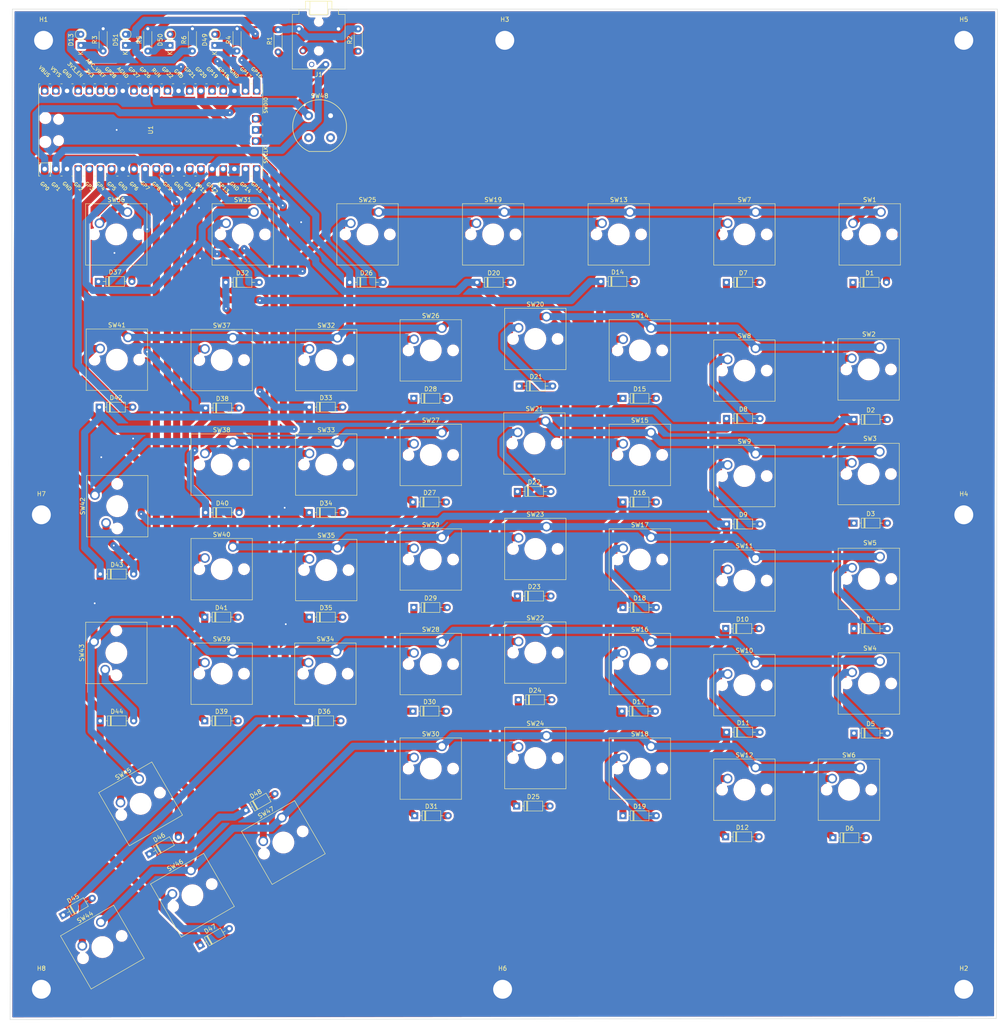
<source format=kicad_pcb>
(kicad_pcb (version 20211014) (generator pcbnew)
  (layers (0 "F.Cu" signal) (31 "B.Cu" signal) (34 "B.Paste" user) (35 "F.Paste" user) (36 "B.SilkS" user "B.Silkscreen") (37 "F.SilkS" user "F.Silkscreen") (38 "B.Mask" user) (39 "F.Mask" user) (44 "Edge.Cuts" user))
  (net 0 "")
  (net 1 "Net-(D1-Pad2)")
  (net 2 "Net-(D2-Pad2)")
  (net 3 "Net-(D3-Pad2)")
  (net 4 "Net-(D4-Pad2)")
  (net 5 "Net-(D5-Pad2)")
  (net 6 "Net-(D6-Pad2)")
  (net 7 "Net-(D7-Pad2)")
  (net 8 "Net-(D8-Pad2)")
  (net 9 "Net-(D9-Pad2)")
  (net 10 "Net-(D10-Pad2)")
  (net 11 "Net-(D11-Pad2)")
  (net 12 "Net-(D12-Pad2)")
  (net 13 "Net-(D14-Pad2)")
  (net 14 "Net-(D15-Pad2)")
  (net 15 "Net-(D16-Pad2)")
  (net 16 "Net-(D17-Pad2)")
  (net 17 "Net-(D18-Pad2)")
  (net 18 "Net-(D19-Pad2)")
  (net 19 "Net-(D20-Pad2)")
  (net 20 "Net-(D21-Pad2)")
  (net 21 "Net-(D22-Pad2)")
  (net 22 "Net-(D23-Pad2)")
  (net 23 "Net-(D24-Pad2)")
  (net 24 "Net-(D25-Pad2)")
  (net 25 "Net-(D26-Pad2)")
  (net 26 "Net-(D27-Pad2)")
  (net 27 "Net-(D28-Pad2)")
  (net 28 "Net-(D29-Pad2)")
  (net 29 "Net-(D30-Pad2)")
  (net 30 "Net-(D31-Pad2)")
  (net 31 "Net-(D32-Pad2)")
  (net 32 "Net-(D33-Pad2)")
  (net 33 "Net-(D34-Pad2)")
  (net 34 "Net-(D35-Pad2)")
  (net 35 "Net-(D36-Pad2)")
  (net 36 "Net-(D37-Pad2)")
  (net 37 "Net-(D38-Pad2)")
  (net 38 "Net-(D39-Pad2)")
  (net 39 "Net-(D40-Pad2)")
  (net 40 "Net-(D41-Pad2)")
  (net 41 "Net-(D42-Pad2)")
  (net 42 "Net-(D43-Pad2)")
  (net 43 "Net-(D44-Pad2)")
  (net 44 "Net-(D45-Pad2)")
  (net 45 "Net-(D46-Pad2)")
  (net 46 "Net-(D47-Pad2)")
  (net 47 "Net-(D48-Pad2)")
  (net 48 "GND")
  (net 49 "Arrow-Right")
  (net 50 "ROW1")
  (net 51 "ROW3")
  (net 52 "ROW5")
  (net 53 "ROW2")
  (net 54 "ROW4")
  (net 55 "ROW6")
  (net 56 "Net-(D13-Pad1)")
  (net 57 "COL1")
  (net 58 "COL2")
  (net 59 "COL3")
  (net 60 "COL4")
  (net 61 "COL5")
  (net 62 "COL6")
  (net 63 "COL7")
  (net 64 "COL8")
  (net 65 "PWM4")
  (net 66 "Net-(D49-Pad1)")
  (net 67 "PWM3")
  (net 68 "Net-(D50-Pad1)")
  (net 69 "PWM2")
  (net 70 "Net-(D51-Pad1)")
  (net 71 "PWM1")
  (net 72 "scl")
  (net 73 "sda")
  (net 74 "VCC")
  (net 75 "Net-(SW48-Pad1)")
  (footprint "Diode_THT:D_DO-35_SOD27_P7.62mm_Horizontal" (layer "F.Cu") (at 258.38 85.1996)
    (fp_text reference "D1")
    (fp_text value "1N4148")
  )
  (footprint "Diode_THT:D_DO-35_SOD27_P7.62mm_Horizontal" (layer "F.Cu") (at 258.6 116.3996)
    (fp_text reference "D2")
    (fp_text value "1N4148")
  )
  (footprint "Diode_THT:D_DO-35_SOD27_P7.62mm_Horizontal" (layer "F.Cu") (at 258.6 139.9996)
    (fp_text reference "D3")
    (fp_text value "1N4148")
  )
  (footprint "Diode_THT:D_DO-35_SOD27_P7.62mm_Horizontal" (layer "F.Cu") (at 258.6 163.9996)
    (fp_text reference "D4")
    (fp_text value "1N4148")
  )
  (footprint "Diode_THT:D_DO-35_SOD27_P7.62mm_Horizontal" (layer "F.Cu") (at 258.6 187.7996)
    (fp_text reference "D5")
    (fp_text value "1N4148")
  )
  (footprint "Diode_THT:D_DO-35_SOD27_P7.62mm_Horizontal" (layer "F.Cu") (at 253.8 211.5996)
    (fp_text reference "D6")
    (fp_text value "1N4148")
  )
  (footprint "Diode_THT:D_DO-35_SOD27_P7.62mm_Horizontal" (layer "F.Cu") (at 229.58 85.1996)
    (fp_text reference "D7")
    (fp_text value "1N4148")
  )
  (footprint "Diode_THT:D_DO-35_SOD27_P7.62mm_Horizontal" (layer "F.Cu") (at 229.6 116.1996)
    (fp_text reference "D8")
    (fp_text value "1N4148")
  )
  (footprint "Diode_THT:D_DO-35_SOD27_P7.62mm_Horizontal" (layer "F.Cu") (at 229.6 140.1996)
    (fp_text reference "D9")
    (fp_text value "1N4148")
  )
  (footprint "Diode_THT:D_DO-35_SOD27_P7.62mm_Horizontal" (layer "F.Cu") (at 229.4 163.9996)
    (fp_text reference "D10")
    (fp_text value "1N4148")
  )
  (footprint "Diode_THT:D_DO-35_SOD27_P7.62mm_Horizontal" (layer "F.Cu") (at 229.6 187.5996)
    (fp_text reference "D11")
    (fp_text value "1N4148")
  )
  (footprint "Diode_THT:D_DO-35_SOD27_P7.62mm_Horizontal" (layer "F.Cu") (at 229.38 211.3996)
    (fp_text reference "D12")
    (fp_text value "1N4148")
  )
  (footprint "Diode_THT:D_DO-35_SOD27_P7.62mm_Horizontal" (layer "F.Cu") (at 200.98 84.9996)
    (fp_text reference "D14")
    (fp_text value "1N4148")
  )
  (footprint "Diode_THT:D_DO-35_SOD27_P7.62mm_Horizontal" (layer "F.Cu") (at 206 111.5996)
    (fp_text reference "D15")
    (fp_text value "1N4148")
  )
  (footprint "Diode_THT:D_DO-35_SOD27_P7.62mm_Horizontal" (layer "F.Cu") (at 206 135.1996)
    (fp_text reference "D16")
    (fp_text value "1N4148")
  )
  (footprint "Diode_THT:D_DO-35_SOD27_P7.62mm_Horizontal" (layer "F.Cu") (at 205.78 182.7996)
    (fp_text reference "D17")
    (fp_text value "1N4148")
  )
  (footprint "Diode_THT:D_DO-35_SOD27_P7.62mm_Horizontal" (layer "F.Cu") (at 206 159.1996)
    (fp_text reference "D18")
    (fp_text value "1N4148")
  )
  (footprint "Diode_THT:D_DO-35_SOD27_P7.62mm_Horizontal" (layer "F.Cu") (at 206 206.5996)
    (fp_text reference "D19")
    (fp_text value "1N4148")
  )
  (footprint "Diode_THT:D_DO-35_SOD27_P7.62mm_Horizontal" (layer "F.Cu") (at 172.8 85.1996)
    (fp_text reference "D20")
    (fp_text value "1N4148")
  )
  (footprint "Diode_THT:D_DO-35_SOD27_P7.62mm_Horizontal" (layer "F.Cu") (at 182.4 108.7996)
    (fp_text reference "D21")
    (fp_text value "1N4148")
  )
  (footprint "Diode_THT:D_DO-35_SOD27_P7.62mm_Horizontal" (layer "F.Cu") (at 182 132.7996)
    (fp_text reference "D22")
    (fp_text value "1N4148")
  )
  (footprint "Diode_THT:D_DO-35_SOD27_P7.62mm_Horizontal" (layer "F.Cu") (at 182 156.5996)
    (fp_text reference "D23")
    (fp_text value "1N4148")
  )
  (footprint "Diode_THT:D_DO-35_SOD27_P7.62mm_Horizontal" (layer "F.Cu") (at 182.2 180.1996)
    (fp_text reference "D24")
    (fp_text value "1N4148")
  )
  (footprint "Diode_THT:D_DO-35_SOD27_P7.62mm_Horizontal" (layer "F.Cu") (at 181.8 204.3996)
    (fp_text reference "D25")
    (fp_text value "1N4148")
  )
  (footprint "Diode_THT:D_DO-35_SOD27_P7.62mm_Horizontal" (layer "F.Cu") (at 143.8 85.1996)
    (fp_text reference "D26")
    (fp_text value "1N4148")
  )
  (footprint "Diode_THT:D_DO-35_SOD27_P7.62mm_Horizontal" (layer "F.Cu") (at 158.2 135.1996)
    (fp_text reference "D27")
    (fp_text value "1N4148")
  )
  (footprint "Diode_THT:D_DO-35_SOD27_P7.62mm_Horizontal" (layer "F.Cu") (at 158.4 111.5996)
    (fp_text reference "D28")
    (fp_text value "1N4148")
  )
  (footprint "Diode_THT:D_DO-35_SOD27_P7.62mm_Horizontal" (layer "F.Cu") (at 158.4 159.1996)
    (fp_text reference "D29")
    (fp_text value "1N4148")
  )
  (footprint "Diode_THT:D_DO-35_SOD27_P7.62mm_Horizontal" (layer "F.Cu") (at 158.2 182.7996)
    (fp_text reference "D30")
    (fp_text value "1N4148")
  )
  (footprint "Diode_THT:D_DO-35_SOD27_P7.62mm_Horizontal" (layer "F.Cu") (at 158.6 206.5996)
    (fp_text reference "D31")
    (fp_text value "1N4148")
  )
  (footprint "Diode_THT:D_DO-35_SOD27_P7.62mm_Horizontal" (layer "F.Cu") (at 115.6 85.1996)
    (fp_text reference "D32")
    (fp_text value "1N4148")
  )
  (footprint "Diode_THT:D_DO-35_SOD27_P7.62mm_Horizontal" (layer "F.Cu") (at 134.6 113.5996)
    (fp_text reference "D33")
    (fp_text value "1N4148")
  )
  (footprint "Diode_THT:D_DO-35_SOD27_P7.62mm_Horizontal" (layer "F.Cu") (at 134.6 137.5996)
    (fp_text reference "D34")
    (fp_text value "1N4148")
  )
  (footprint "Diode_THT:D_DO-35_SOD27_P7.62mm_Horizontal" (layer "F.Cu") (at 134.6 161.3996)
    (fp_text reference "D35")
    (fp_text value "1N4148")
  )
  (footprint "Diode_THT:D_DO-35_SOD27_P7.62mm_Horizontal" (layer "F.Cu") (at 134.2 184.9996)
    (fp_text reference "D36")
    (fp_text value "1N4148")
  )
  (footprint "Diode_THT:D_DO-35_SOD27_P7.62mm_Horizontal" (layer "F.Cu") (at 86.6 84.9996)
    (fp_text reference "D37")
    (fp_text value "1N4148")
  )
  (footprint "Diode_THT:D_DO-35_SOD27_P7.62mm_Horizontal" (layer "F.Cu") (at 111 113.7996)
    (fp_text reference "D38")
    (fp_text value "1N4148")
  )
  (footprint "Diode_THT:D_DO-35_SOD27_P7.62mm_Horizontal" (layer "F.Cu") (at 110.8 184.9996)
    (fp_text reference "D39")
    (fp_text value "1N4148")
  )
  (footprint "Diode_THT:D_DO-35_SOD27_P7.62mm_Horizontal" (layer "F.Cu") (at 111 137.5996)
    (fp_text reference "D40")
    (fp_text value "1N4148")
  )
  (footprint "Diode_THT:D_DO-35_SOD27_P7.62mm_Horizontal" (layer "F.Cu") (at 110.8 161.3996)
    (fp_text reference "D41")
    (fp_text value "1N4148")
  )
  (footprint "Diode_THT:D_DO-35_SOD27_P7.62mm_Horizontal" (layer "F.Cu") (at 86.8 113.5996)
    (fp_text reference "D42")
    (fp_text value "1N4148")
  )
  (footprint "Diode_THT:D_DO-35_SOD27_P7.62mm_Horizontal" (layer "F.Cu") (at 87 151.5996)
    (fp_text reference "D43")
    (fp_text value "1N4148")
  )
  (footprint "Diode_THT:D_DO-35_SOD27_P7.62mm_Horizontal" (layer "F.Cu") (at 87 184.9996)
    (fp_text reference "D44")
    (fp_text value "1N4148")
  )
  (footprint "Diode_THT:D_DO-35_SOD27_P7.62mm_Horizontal" (layer "F.Cu") (at 78.5909 229.2046 30)
    (fp_text reference "D45")
    (fp_text value "1N4148")
  )
  (footprint "Diode_THT:D_DO-35_SOD27_P7.62mm_Horizontal" (layer "F.Cu") (at 98.2009 215.3096 30)
    (fp_text reference "D46")
    (fp_text value "1N4148")
  )
  (footprint "Diode_THT:D_DO-35_SOD27_P7.62mm_Horizontal" (layer "F.Cu") (at 109.8009 236.1096 30)
    (fp_text reference "D47")
    (fp_text value "1N4148")
  )
  (footprint "Diode_THT:D_DO-35_SOD27_P7.62mm_Horizontal" (layer "F.Cu") (at 120.19 205.3946 30)
    (fp_text reference "D48")
    (fp_text value "1N4148")
  )
  (footprint "Button_Switch_Keyboard:SW_Cherry_MX_1.00u_PCB" (layer "F.Cu") (at 264.74 69.1996)
    (fp_text reference "SW1")
    (fp_text value "MX-NO-LED")
  )
  (footprint "Button_Switch_Keyboard:SW_Cherry_MX_1.50u_PCB" (layer "F.Cu") (at 264.48 99.94)
    (fp_text reference "SW2")
    (fp_text value "MX-NO-LED")
  )
  (footprint "Button_Switch_Keyboard:SW_Cherry_MX_1.50u_PCB" (layer "F.Cu") (at 264.48 123.74)
    (fp_text reference "SW3")
    (fp_text value "MX-NO-LED")
  )
  (footprint "Button_Switch_Keyboard:SW_Cherry_MX_1.50u_PCB" (layer "F.Cu") (at 264.54 171.42)
    (fp_text reference "SW4")
    (fp_text value "MX-NO-LED")
  )
  (footprint "Button_Switch_Keyboard:SW_Cherry_MX_1.50u_PCB" (layer "F.Cu") (at 264.54 147.62)
    (fp_text reference "SW5")
    (fp_text value "MX-NO-LED")
  )
  (footprint "Button_Switch_Keyboard:SW_Cherry_MX_1.00u_PCB" (layer "F.Cu") (at 260 195.5996)
    (fp_text reference "SW6")
    (fp_text value "MX-NO-LED")
  )
  (footprint "Button_Switch_Keyboard:SW_Cherry_MX_1.00u_PCB" (layer "F.Cu") (at 236.2 69.1996)
    (fp_text reference "SW7")
    (fp_text value "MX-NO-LED")
  )
  (footprint "Button_Switch_Keyboard:SW_Cherry_MX_1.00u_PCB" (layer "F.Cu") (at 236.2 100.1996)
    (fp_text reference "SW8")
    (fp_text value "MX-NO-LED")
  )
  (footprint "Button_Switch_Keyboard:SW_Cherry_MX_1.00u_PCB" (layer "F.Cu") (at 236.2 124.1996)
    (fp_text reference "SW9")
    (fp_text value "MX-NO-LED")
  )
  (footprint "Button_Switch_Keyboard:SW_Cherry_MX_1.00u_PCB" (layer "F.Cu") (at 236.2 171.7996)
    (fp_text reference "SW10")
    (fp_text value "MX-NO-LED")
  )
  (footprint "Button_Switch_Keyboard:SW_Cherry_MX_1.00u_PCB" (layer "F.Cu") (at 236.2 147.9996)
    (fp_text reference "SW11")
    (fp_text value "MX-NO-LED")
  )
  (footprint "Button_Switch_Keyboard:SW_Cherry_MX_1.00u_PCB" (layer "F.Cu") (at 236.2 195.5996)
    (fp_text reference "SW12")
    (fp_text value "MX-NO-LED")
  )
  (footprint "Button_Switch_Keyboard:SW_Cherry_MX_1.00u_PCB" (layer "F.Cu") (at 207.6 69.1996)
    (fp_text reference "SW13")
    (fp_text value "MX-NO-LED")
  )
  (footprint "Button_Switch_Keyboard:SW_Cherry_MX_1.00u_PCB" (layer "F.Cu") (at 212.4 95.5996)
    (fp_text reference "SW14")
    (fp_text value "MX-NO-LED")
  )
  (footprint "Button_Switch_Keyboard:SW_Cherry_MX_1.00u_PCB" (layer "F.Cu") (at 212.4 119.3996)
    (fp_text reference "SW15")
    (fp_text value "MX-NO-LED")
  )
  (footprint "Button_Switch_Keyboard:SW_Cherry_MX_1.00u_PCB" (layer "F.Cu") (at 212.4 166.9996)
    (fp_text reference "SW16")
    (fp_text value "MX-NO-LED")
  )
  (footprint "Button_Switch_Keyboard:SW_Cherry_MX_1.00u_PCB" (layer "F.Cu") (at 212.4 143.1996)
    (fp_text reference "SW17")
    (fp_text value "MX-NO-LED")
  )
  (footprint "Button_Switch_Keyboard:SW_Cherry_MX_1.00u_PCB" (layer "F.Cu") (at 212.4 190.7996)
    (fp_text reference "SW18")
    (fp_text value "MX-NO-LED")
  )
  (footprint "Button_Switch_Keyboard:SW_Cherry_MX_1.00u_PCB" (layer "F.Cu") (at 179 69.1996)
    (fp_text reference "SW19")
    (fp_text value "MX-NO-LED")
  )
  (footprint "Button_Switch_Keyboard:SW_Cherry_MX_1.00u_PCB" (layer "F.Cu") (at 188.6 92.9996)
    (fp_text reference "SW20")
    (fp_text value "MX-NO-LED")
  )
  (footprint "Button_Switch_Keyboard:SW_Cherry_MX_1.00u_PCB" (layer "F.Cu") (at 188.4 116.7996)
    (fp_text reference "SW21")
    (fp_text value "MX-NO-LED")
  )
  (footprint "Button_Switch_Keyboard:SW_Cherry_MX_1.00u_PCB" (layer "F.Cu") (at 188.6 164.3996)
    (fp_text reference "SW22")
    (fp_text value "MX-NO-LED")
  )
  (footprint "Button_Switch_Keyboard:SW_Cherry_MX_1.00u_PCB" (layer "F.Cu") (at 188.6 140.7996)
    (fp_text reference "SW23")
    (fp_text value "MX-NO-LED")
  )
  (footprint "Button_Switch_Keyboard:SW_Cherry_MX_1.00u_PCB" (layer "F.Cu") (at 188.6 188.3996)
    (fp_text reference "SW24")
    (fp_text value "MX-NO-LED")
  )
  (footprint "Button_Switch_Keyboard:SW_Cherry_MX_1.00u_PCB" (layer "F.Cu") (at 150.4 69.1996)
    (fp_text reference "SW25")
    (fp_text value "MX-NO-LED")
  )
  (footprint "Button_Switch_Keyboard:SW_Cherry_MX_1.00u_PCB" (layer "F.Cu") (at 164.8 95.5996)
    (fp_text reference "SW26")
    (fp_text value "MX-NO-LED")
  )
  (footprint "Button_Switch_Keyboard:SW_Cherry_MX_1.00u_PCB" (layer "F.Cu") (at 164.8 119.3996)
    (fp_text reference "SW27")
    (fp_text value "MX-NO-LED")
  )
  (footprint "Button_Switch_Keyboard:SW_Cherry_MX_1.00u_PCB" (layer "F.Cu") (at 164.8 166.9996)
    (fp_text reference "SW28")
    (fp_text value "MX-NO-LED")
  )
  (footprint "Button_Switch_Keyboard:SW_Cherry_MX_1.00u_PCB" (layer "F.Cu") (at 164.8 143.1996)
    (fp_text reference "SW29")
    (fp_text value "MX-NO-LED")
  )
  (footprint "Button_Switch_Keyboard:SW_Cherry_MX_1.00u_PCB" (layer "F.Cu") (at 164.8 190.7996)
    (fp_text reference "SW30")
    (fp_text value "MX-NO-LED")
  )
  (footprint "Button_Switch_Keyboard:SW_Cherry_MX_1.00u_PCB" (layer "F.Cu") (at 122 69.1996)
    (fp_text reference "SW31")
    (fp_text value "MX-NO-LED")
  )
  (footprint "Button_Switch_Keyboard:SW_Cherry_MX_1.00u_PCB" (layer "F.Cu") (at 141 97.7996)
    (fp_text reference "SW32")
    (fp_text value "MX-NO-LED")
  )
  (footprint "Button_Switch_Keyboard:SW_Cherry_MX_1.00u_PCB" (layer "F.Cu") (at 141 121.5996)
    (fp_text reference "SW33")
    (fp_text value "MX-NO-LED")
  )
  (footprint "Button_Switch_Keyboard:SW_Cherry_MX_1.00u_PCB" (layer "F.Cu") (at 140.8 169.1996)
    (fp_text reference "SW34")
    (fp_text value "MX-NO-LED")
  )
  (footprint "Button_Switch_Keyboard:SW_Cherry_MX_1.00u_PCB" (layer "F.Cu") (at 141 145.5996)
    (fp_text reference "SW35")
    (fp_text value "MX-NO-LED")
  )
  (footprint "Button_Switch_Keyboard:SW_Cherry_MX_1.00u_PCB" (layer "F.Cu") (at 93.2 69.1996)
    (fp_text reference "SW36")
    (fp_text value "MX-NO-LED")
  )
  (footprint "Button_Switch_Keyboard:SW_Cherry_MX_1.00u_PCB" (layer "F.Cu") (at 117.2 97.7996)
    (fp_text reference "SW37")
    (fp_text value "MX-NO-LED")
  )
  (footprint "Button_Switch_Keyboard:SW_Cherry_MX_1.00u_PCB" (layer "F.Cu") (at 117.2 121.5996)
    (fp_text reference "SW38")
    (fp_text value "MX-NO-LED")
  )
  (footprint "Button_Switch_Keyboard:SW_Cherry_MX_1.00u_PCB" (layer "F.Cu") (at 117.2 169.1996)
    (fp_text reference "SW39")
    (fp_text value "MX-NO-LED")
  )
  (footprint "Button_Switch_Keyboard:SW_Cherry_MX_1.00u_PCB" (layer "F.Cu") (at 117.2 145.3996)
    (fp_text reference "SW40")
    (fp_text value "MX-NO-LED")
  )
  (footprint "Button_Switch_Keyboard:SW_Cherry_MX_1.00u_PCB" (layer "F.Cu") (at 93.34 97.7196)
    (fp_text reference "SW41")
    (fp_text value "MX-NO-LED")
  )
  (footprint "Button_Switch_Keyboard:SW_Cherry_MX_1.50u_PCB" (layer "F.Cu") (at 85.8 133.5996 90)
    (fp_text reference "SW42")
    (fp_text value "MX-NO-LED")
  )
  (footprint "Button_Switch_Keyboard:SW_Cherry_MX_1.50u_PCB" (layer "F.Cu") (at 85.6 166.9996 90)
    (fp_text reference "SW43")
    (fp_text value "MX-NO-LED")
  )
  (footprint "Button_Switch_Keyboard:SW_Cherry_MX_1.00u_PCB" (layer "F.Cu") (at 87.1597 230.8306 30)
    (fp_text reference "SW44")
    (fp_text value "MX-NO-LED")
  )
  (footprint "Button_Switch_Keyboard:SW_Cherry_MX_1.00u_PCB" (layer "F.Cu") (at 95.8597 198.2306 30)
    (fp_text reference "SW45")
    (fp_text value "MX-NO-LED")
  )
  (footprint "Button_Switch_Keyboard:SW_Cherry_MX_1.00u_PCB" (layer "F.Cu") (at 107.6597 219.0306 30)
    (fp_text reference "SW46")
    (fp_text value "MX-NO-LED")
  )
  (footprint "Button_Switch_Keyboard:SW_Cherry_MX_1.00u_PCB" (layer "F.Cu") (at 128.3597 207.0306 30)
    (fp_text reference "SW47")
    (fp_text value "MX-NO-LED")
  )
  (footprint "MountingHole:MountingHole_4.3mm_M4_DIN965_Pad" (layer "F.Cu") (at 74.11 30.105)
    (fp_text reference "H1")
    (fp_text value "MountingHole_Pad")
  )
  (footprint "MountingHole:MountingHole_4.3mm_M4_DIN965_Pad" (layer "F.Cu") (at 283.61 246.105)
    (fp_text reference "H2")
    (fp_text value "MountingHole_Pad")
  )
  (footprint "MountingHole:MountingHole_4.3mm_M4_DIN965_Pad" (layer "F.Cu") (at 179.11 30.105)
    (fp_text reference "H3")
    (fp_text value "MountingHole_Pad")
  )
  (footprint "MountingHole:MountingHole_4.3mm_M4_DIN965_Pad" (layer "F.Cu") (at 283.61 138.105)
    (fp_text reference "H4")
    (fp_text value "MountingHole_Pad")
  )
  (footprint "MountingHole:MountingHole_4.3mm_M4_DIN965_Pad" (layer "F.Cu") (at 283.61 30.105)
    (fp_text reference "H5")
    (fp_text value "MountingHole_Pad")
  )
  (footprint "MountingHole:MountingHole_4.3mm_M4_DIN965_Pad" (layer "F.Cu") (at 178.61 246.105)
    (fp_text reference "H6")
    (fp_text value "MountingHole_Pad")
  )
  (footprint "MountingHole:MountingHole_4.3mm_M4_DIN965_Pad" (layer "F.Cu") (at 73.61 138.105)
    (fp_text reference "H7")
    (fp_text value "MountingHole_Pad")
  )
  (footprint "MountingHole:MountingHole_4.3mm_M4_DIN965_Pad" (layer "F.Cu") (at 73.61 246.105)
    (fp_text reference "H8")
    (fp_text value "MountingHole_Pad")
  )
  (footprint "Button_Switch_THT:Push_E-Switch_KS01Q01" (layer "F.Cu") (at 134.45 47.2563)
    (fp_text reference "SW48")
    (fp_text value "SW_Push/KS-01Q-01")
  )
  (footprint "Diode_THT:D_DO-34_SOD68_P2.54mm_Vertical_KathodeUp" (layer "F.Cu") (at 102.92 31.27 90)
    (fp_text reference "D50")
    (fp_text value "LED")
  )
  (footprint "Diode_THT:D_DO-34_SOD68_P2.54mm_Vertical_KathodeUp" (layer "F.Cu") (at 92.76 31.27 90)
    (fp_text reference "D51")
    (fp_text value "LED")
  )
  (footprint "Resistor_THT:R_Axial_DIN0204_L3.6mm_D1.6mm_P5.08mm_Horizontal" (layer "F.Cu") (at 108 32.54 90)
    (fp_text reference "R6")
    (fp_text value "330")
  )
  (footprint "MCU_RaspberryPi_and_Boards:RPi_Pico_SMD_TH" (layer "F.Cu") (at 98.5 50.5 90)
    (fp_text reference "U1")
    (fp_text value "Pico")
  )
  (footprint "Resistor_THT:R_Axial_DIN0204_L3.6mm_D1.6mm_P5.08mm_Horizontal" (layer "F.Cu") (at 87.68 32.54 90)
    (fp_text reference "R3")
    (fp_text value "330")
  )
  (footprint "Resistor_THT:R_Axial_DIN0204_L3.6mm_D1.6mm_P5.08mm_Horizontal" (layer "F.Cu") (at 97.84 32.54 90)
    (fp_text reference "R5")
    (fp_text value "330")
  )
  (footprint "Resistor_THT:R_Axial_DIN0204_L3.6mm_D1.6mm_P5.08mm_Horizontal" (layer "F.Cu") (at 118.16 32.54 90)
    (fp_text reference "R4")
    (fp_text value "330")
  )
  (footprint "Resistor_THT:R_Axial_DIN0204_L3.6mm_D1.6mm_P5.08mm_Horizontal" (layer "F.Cu") (at 127.5 32.75 90)
    (fp_text reference "R1")
    (fp_text value "4.7K")
  )
  (footprint "Diode_THT:D_DO-34_SOD68_P2.54mm_Vertical_KathodeUp" (layer "F.Cu") (at 82.6 31.27 90)
    (fp_text reference "D13")
    (fp_text value "LED")
  )
  (footprint "Resistor_THT:R_Axial_DIN0204_L3.6mm_D1.6mm_P5.08mm_Horizontal" (layer "F.Cu") (at 145.75 32.58 90)
    (fp_text reference "R2")
    (fp_text value "4.7K")
  )
  (footprint "Diode_THT:D_DO-34_SOD68_P2.54mm_Vertical_KathodeUp" (layer "F.Cu") (at 113.08 31.27 90)
    (fp_text reference "D49")
    (fp_text value "LED")
  )
  (footprint "Connector_Audio:Jack_3.5mm_CUI_SJ1-43514_Horizontal" (layer "F.Cu") (at 136.75 27.5 180)
    (fp_text reference "J1")
    (fp_text value "Conn_01x04_Male/I2C")
    (fp_line (start 1.8 3.1) (end -1.8 3.1) (layer "Edge.Cuts") (width 0.12))
    (fp_line (start -2.2 3.5) (end -2.2 4.5) (layer "Edge.Cuts") (width 0.12))
    (fp_line (start 2.2 3.5) (end 2.2 4.5) (layer "Edge.Cuts") (width 0.12))
    (fp_line (start -2.2 4.5) (end -6.5 4.5) (layer "Edge.Cuts") (width 0.12))
    (fp_line (start 2.2 4.5) (end 6.5 4.5) (layer "Edge.Cuts") (width 0.12))
    (fp_arc (start -2.2 3.5) (mid -2.082842 3.217158) (end -1.8 3.1) (layer "Edge.Cuts") (width 0.12))
    (fp_arc (start 1.8 3.1) (mid 2.082843 3.217157) (end 2.2 3.5) (layer "Edge.Cuts") (width 0.12))
  )
  (gr_line (start 291.25 23) (end 143.25 23) (layer "Edge.Cuts") (width 0.1))
  (gr_line (start 291 252.75) (end 291.25 23) (layer "Edge.Cuts") (width 0.1))
  (gr_line (start 130.25 23) (end 67 23) (layer "Edge.Cuts") (width 0.1))
  (gr_line (start 67 23) (end 66.5 253) (layer "Edge.Cuts") (width 0.1))
  (gr_line (start 66.5 253) (end 291 252.75) (layer "Edge.Cuts") (width 0.1))
  (segment (start 266 85.1996) (end 266 82.7996) (width 1.6) (layer "F.Cu") (net 1))
  (segment (start 263.2301 66.8995) (end 265.743 66.8995) (width 1.6) (layer "F.Cu") (net 1))
  (segment (start 258.39 71.7396) (end 263.2301 66.8995) (width 1.6) (layer "F.Cu") (net 1))
  (segment (start 265.743 66.8995) (end 269.3354 70.4919) (width 1.6) (layer "F.Cu") (net 1))
  (segment (start 269.3354 70.4919) (end 269.3354 79.4642) (width 1.6) (layer "F.Cu") (net 1))
  (segment (start 269.3354 79.4642) (end 266 82.7996) (width 1.6) (layer "F.Cu") (net 1))
  (segment (start 256.4749 102.48) (end 254.7824 104.1725) (width 1.6) (layer "F.Cu") (net 2))
  (segment (start 258.13 102.48) (end 256.4749 102.48) (width 1.6) (layer "F.Cu") (net 2))
  (segment (start 254.7824 107.362) (end 263.82 116.3996) (width 1.6) (layer "F.Cu") (net 2))
  (segment (start 266.22 116.3996) (end 263.82 116.3996) (width 1.6) (layer "F.Cu") (net 2))
  (segment (start 254.7824 104.1725) (end 254.7824 107.362) (width 1.6) (layer "F.Cu") (net 2))
  (segment (start 266.22 139.9996) (end 263.82 139.9996) (width 1.6) (layer "F.Cu") (net 3))
  (segment (start 256.497 126.28) (end 254.7661 128.0109) (width 1.6) (layer "F.Cu") (net 3))
  (segment (start 254.7661 130.9457) (end 263.82 139.9996) (width 1.6) (layer "F.Cu") (net 3))
  (segment (start 258.13 126.28) (end 256.497 126.28) (width 1.6) (layer "F.Cu") (net 3))
  (segment (start 254.7661 128.0109) (end 254.7661 130.9457) (width 1.6) (layer "F.Cu") (net 3))
  (segment (start 256.5067 150.16) (end 254.8569 151.8098) (width 1.6) (layer "B.Cu") (net 4))
  (segment (start 266.22 163.9996) (end 263.82 163.9996) (width 1.6) (layer "B.Cu") (net 4))
  (segment (start 254.8569 155.0365) (end 263.82 163.9996) (width 1.6) (layer "B.Cu") (net 4))
  (segment (start 254.8569 151.8098) (end 254.8569 155.0365) (width 1.6) (layer "B.Cu") (net 4))
  (segment (start 258.19 150.16) (end 256.5067 150.16) (width 1.6) (layer "B.Cu") (net 4))
  (segment (start 266.22 187.7996) (end 263.82 187.7996) (width 1.6) (layer "B.Cu") (net 5))
  (segment (start 254.832 178.8116) (end 263.82 187.7996) (width 1.6) (layer "B.Cu") (net 5))
  (segment (start 256.5426 173.96) (end 254.832 175.6706) (width 1.6) (layer "B.Cu") (net 5))
  (segment (start 258.19 173.96) (end 256.5426 173.96) (width 1.6) (layer "B.Cu") (net 5))
  (segment (start 254.832 175.6706) (end 254.832 178.8116) (width 1.6) (layer "B.Cu") (net 5))
  (segment (start 253.65 198.1396) (end 251.9778 198.1396) (width 1.6) (layer "F.Cu") (net 6))
  (segment (start 250.2857 202.8653) (end 259.02 211.5996) (width 1.6) (layer "F.Cu") (net 6))
  (segment (start 261.42 211.5996) (end 259.02 211.5996) (width 1.6) (layer "F.Cu") (net 6))
  (segment (start 250.2857 199.8317) (end 250.2857 202.8653) (width 1.6) (layer "F.Cu") (net 6))
  (segment (start 251.9778 198.1396) (end 250.2857 199.8317) (width 1.6) (layer "F.Cu") (net 6))
  (segment (start 227.3317 77.7313) (end 234.8 85.1996) (width 1.6) (layer "F.Cu") (net 7))
  (segment (start 229.85 71.7396) (end 228.1778 71.7396) (width 1.6) (layer "F.Cu") (net 7))
  (segment (start 228.1778 71.7396) (end 227.3317 72.5857) (width 1.6) (layer "F.Cu") (net 7))
  (segment (start 227.3317 72.5857) (end 227.3317 77.7313) (width 1.6) (layer "F.Cu") (net 7))
  (segment (start 237.2 85.1996) (end 234.8 85.1996) (width 1.6) (layer "F.Cu") (net 7))
  (segment (start 237.22 116.1996) (end 234.82 116.1996) (width 1.6) (layer "B.Cu") (net 8))
  (segment (start 226.5299 104.3875) (end 226.5299 107.9095) (width 1.6) (layer "B.Cu") (net 8))
  (segment (start 226.5299 107.9095) (end 234.82 116.1996) (width 1.6) (layer "B.Cu") (net 8))
  (segment (start 228.1778 102.7396) (end 226.5299 104.3875) (width 1.6) (layer "B.Cu") (net 8))
  (segment (start 229.85 102.7396) (end 228.1778 102.7396) (width 1.6) (layer "B.Cu") (net 8))
  (segment (start 228.1857 126.7396) (end 226.4857 128.4396) (width 1.6) (layer "B.Cu") (net 9))
  (segment (start 229.85 126.7396) (end 228.1857 126.7396) (width 1.6) (layer "B.Cu") (net 9))
  (segment (start 226.4857 131.8653) (end 234.82 140.1996) (width 1.6) (layer "B.Cu") (net 9))
  (segment (start 226.4857 128.4396) (end 226.4857 131.8653) (width 1.6) (layer "B.Cu") (net 9))
  (segment (start 237.22 140.1996) (end 234.82 140.1996) (width 1.6) (layer "B.Cu") (net 9))
  (segment (start 226.492 152.2238) (end 226.492 155.8716) (width 1.6) (layer "F.Cu") (net 10))
  (segment (start 228.1762 150.5396) (end 226.492 152.2238) (width 1.6) (layer "F.Cu") (net 10))
  (segment (start 237.02 163.9996) (end 234.62 163.9996) (width 1.6) (layer "F.Cu") (net 10))
  (segment (start 229.85 150.5396) (end 228.1762 150.5396) (width 1.6) (layer "F.Cu") (net 10))
  (segment (start 226.492 155.8716) (end 234.62 163.9996) (width 1.6) (layer "F.Cu") (net 10))
  (segment (start 226.4924 176.0426) (end 226.4924 179.272) (width 1.6) (layer "B.Cu") (net 11))
  (segment (start 226.4924 179.272) (end 234.82 187.5996) (width 1.6) (layer "B.Cu") (net 11))
  (segment (start 237.22 187.5996) (end 234.82 187.5996) (width 1.6) (layer "B.Cu") (net 11))
  (segment (start 229.85 174.3396) (end 228.1954 174.3396) (width 1.6) (layer "B.Cu") (net 11))
  (segment (start 228.1954 174.3396) (end 226.4924 176.0426) (width 1.6) (layer "B.Cu") (net 11))
  (segment (start 226.492 199.8238) (end 226.492 203.2916) (width 1.6) (layer "F.Cu") (net 12))
  (segment (start 228.1762 198.1396) (end 226.492 199.8238) (width 1.6) (layer "F.Cu") (net 12))
  (segment (start 229.85 198.1396) (end 228.1762 198.1396) (width 1.6) (layer "F.Cu") (net 12))
  (segment (start 237 211.3996) (end 234.6 211.3996) (width 1.6) (layer "F.Cu") (net 12))
  (segment (start 226.492 203.2916) (end 234.6 211.3996) (width 1.6) (layer "F.Cu") (net 12))
  (segment (start 199.5778 71.7396) (end 197.8857 73.4317) (width 1.6) (layer "F.Cu") (net 13))
  (segment (start 201.25 71.7396) (end 199.5778 71.7396) (width 1.6) (layer "F.Cu") (net 13))
  (segment (start 197.8857 76.6853) (end 206.2 84.9996) (width 1.6) (layer "F.Cu") (net 13))
  (segment (start 197.8857 73.4317) (end 197.8857 76.6853) (width 1.6) (layer "F.Cu") (net 13))
  (segment (start 208.6 84.9996) (end 206.2 84.9996) (width 1.6) (layer "F.Cu") (net 13))
  (segment (start 202.7297 103.1093) (end 211.22 111.5996) (width 1.6) (layer "F.Cu") (net 14))
  (segment (start 206.05 98.1396) (end 204.3844 98.1396) (width 1.6) (layer "F.Cu") (net 14))
  (segment (start 202.7297 99.7943) (end 202.7297 103.1093) (width 1.6) (layer "F.Cu") (net 14))
  (segment (start 213.62 111.5996) (end 211.22 111.5996) (width 1.6) (layer "F.Cu") (net 14))
  (segment (start 204.3844 98.1396) (end 202.7297 99.7943) (width 1.6) (layer "F.Cu") (net 14))
  (segment (start 202.7288 123.6243) (end 202.7288 126.7084) (width 1.6) (layer "F.Cu") (net 15))
  (segment (start 213.62 135.1996) (end 211.22 135.1996) (width 1.6) (layer "F.Cu") (net 15))
  (segment (start 202.7288 126.7084) (end 211.22 135.1996) (width 1.6) (layer "F.Cu") (net 15))
  (segment (start 206.05 121.9396) (end 204.4135 121.9396) (width 1.6) (layer "F.Cu") (net 15))
  (segment (start 204.4135 121.9396) (end 202.7288 123.6243) (width 1.6) (layer "F.Cu") (net 15))
  (segment (start 206.05 169.5396) (end 204.3845 169.5396) (width 1.6) (layer "B.Cu") (net 16))
  (segment (start 204.3845 169.5396) (end 202.7233 171.2008) (width 1.6) (layer "B.Cu") (net 16))
  (segment (start 213.4 182.7996) (end 211 182.7996) (width 1.6) (layer "B.Cu") (net 16))
  (segment (start 202.7233 174.5229) (end 211 182.7996) (width 1.6) (layer "B.Cu") (net 16))
  (segment (start 202.7233 171.2008) (end 202.7233 174.5229) (width 1.6) (layer "B.Cu") (net 16))
  (segment (start 213.62 159.1996) (end 211.22 159.1996) (width 1.6) (layer "B.Cu") (net 17))
  (segment (start 206.05 145.7396) (end 204.3844 145.7396) (width 1.6) (layer "B.Cu") (net 17))
  (segment (start 202.7297 150.7093) (end 211.22 159.1996) (width 1.6) (layer "B.Cu") (net 17))
  (segment (start 204.3844 145.7396) (end 202.7297 147.3943) (width 1.6) (layer "B.Cu") (net 17))
  (segment (start 202.7297 147.3943) (end 202.7297 150.7093) (width 1.6) (layer "B.Cu") (net 17))
  (segment (start 202.7197 195.0043) (end 202.7197 198.0993) (width 1.6) (layer "B.Cu") (net 18))
  (segment (start 204.3844 193.3396) (end 202.7197 195.0043) (width 1.6) (layer "B.Cu") (net 18))
  (segment (start 206.05 193.3396) (end 204.3844 193.3396) (width 1.6) (layer "B.Cu") (net 18))
  (segment (start 202.7197 198.0993) (end 211.22 206.5996) (width 1.6) (layer "B.Cu") (net 18))
  (segment (start 213.62 206.5996) (end 211.22 206.5996) (width 1.6) (layer "B.Cu") (net 18))
  (segment (start 169.2857 73.4317) (end 169.2857 76.4653) (width 1.6) (layer "F.Cu") (net 19))
  (segment (start 169.2857 76.4653) (end 178.02 85.1996) (width 1.6) (layer "F.Cu") (net 19))
  (segment (start 172.65 71.7396) (end 170.9778 71.7396) (width 1.6) (layer "F.Cu") (net 19))
  (segment (start 180.42 85.1996) (end 178.02 85.1996) (width 1.6) (layer "F.Cu") (net 19))
  (segment (start 170.9778 71.7396) (end 169.2857 73.4317) (width 1.6) (layer "F.Cu") (net 19))
  (segment (start 190.02 108.7996) (end 187.62 108.7996) (width 1.6) (layer "B.Cu") (net 20))
  (segment (start 178.9073 97.1864) (end 178.9073 100.0869) (width 1.6) (layer "B.Cu") (net 20))
  (segment (start 180.5541 95.5396) (end 178.9073 97.1864) (width 1.6) (layer "B.Cu") (net 20))
  (segment (start 182.25 95.5396) (end 180.5541 95.5396) (width 1.6) (layer "B.Cu") (net 20))
  (segment (start 178.9073 100.0869) (end 187.62 108.7996) (width 1.6) (layer "B.Cu") (net 20))
  (segment (start 178.7022 121.0447) (end 178.7022 124.2818) (width 1.6) (layer "B.Cu") (net 21))
  (segment (start 182.05 119.3396) (end 180.4073 119.3396) (width 1.6) (layer "B.Cu") (net 21))
  (segment (start 189.62 132.7996) (end 187.22 132.7996) (width 1.6) (layer "B.Cu") (net 21))
  (segment (start 180.4073 119.3396) (end 178.7022 121.0447) (width 1.6) (layer "B.Cu") (net 21))
  (segment (start 178.7022 124.2818) (end 187.22 132.7996) (width 1.6) (layer "B.Cu") (net 21))
  (segment (start 182.25 143.3396) (end 180.5541 143.3396) (width 1.6) (layer "F.Cu") (net 22))
  (segment (start 178.9002 148.2798) (end 187.22 156.5996) (width 1.6) (layer "F.Cu") (net 22))
  (segment (start 180.5541 143.3396) (end 178.9002 144.9935) (width 1.6) (layer "F.Cu") (net 22))
  (segment (start 189.62 156.5996) (end 187.22 156.5996) (width 1.6) (layer "F.Cu") (net 22))
  (segment (start 178.9002 144.9935) (end 178.9002 148.2798) (width 1.6) (layer "F.Cu") (net 22))
  (segment (start 180.5541 166.9396) (end 178.9102 168.5835) (width 1.6) (layer "F.Cu") (net 23))
  (segment (start 182.25 166.9396) (end 180.5541 166.9396) (width 1.6) (layer "F.Cu") (net 23))
  (segment (start 178.9102 171.6898) (end 187.42 180.1996) (width 1.6) (layer "F.Cu") (net 23))
  (segment (start 178.9102 168.5835) (end 178.9102 171.6898) (width 1.6) (layer "F.Cu") (net 23))
  (segment (start 189.82 180.1996) (end 187.42 180.1996) (width 1.6) (layer "F.Cu") (net 23))
  (segment (start 178.9002 196.2798) (end 187.02 204.3996) (width 1.6) (layer "F.Cu") (net 24))
  (segment (start 182.25 190.9396) (end 180.5541 190.9396) (width 1.6) (layer "F.Cu") (net 24))
  (segment (start 180.5541 190.9396) (end 178.9002 192.5935) (width 1.6) (layer "F.Cu") (net 24))
  (segment (start 178.9002 192.5935) (end 178.9002 196.2798) (width 1.6) (layer "F.Cu") (net 24))
  (segment (start 189.42 204.3996) (end 187.02 204.3996) (width 1.6) (layer "F.Cu") (net 24))
  (segment (start 142.361 71.7396) (end 140.7256 73.375) (width 1.6) (layer "B.Cu") (net 25))
  (segment (start 151.42 85.1996) (end 149.02 85.1996) (width 1.6) (layer "B.Cu") (net 25))
  (segment (start 149.02 83.483) (end 149.02 85.1996) (width 1.6) (layer "B.Cu") (net 25))
  (segment (start 140.7256 75.1886) (end 149.02 83.483) (width 1.6) (layer "B.Cu") (net 25))
  (segment (start 140.7256 73.375) (end 140.7256 75.1886) (width 1.6) (layer "B.Cu") (net 25))
  (segment (start 144.05 71.7396) (end 142.361 71.7396) (width 1.6) (layer "B.Cu") (net 25))
  (segment (start 155.1002 123.5935) (end 155.1002 126.8798) (width 1.6) (layer "F.Cu") (net 26))
  (segment (start 155.1002 126.8798) (end 163.42 135.1996) (width 1.6) (layer "F.Cu") (net 26))
  (segment (start 158.45 121.9396) (end 156.7541 121.9396) (width 1.6) (layer "F.Cu") (net 26))
  (segment (start 165.82 135.1996) (end 163.42 135.1996) (width 1.6) (layer "F.Cu") (net 26))
  (segment (start 156.7541 121.9396) (end 155.1002 123.5935) (width 1.6) (layer "F.Cu") (net 26))
  (segment (start 158.45 98.1396) (end 156.7541 98.1396) (width 1.6) (layer "F.Cu") (net 27))
  (segment (start 155.0864 103.066) (end 163.62 111.5996) (width 1.6) (layer "F.Cu") (net 27))
  (segment (start 156.7541 98.1396) (end 155.0864 99.8073) (width 1.6) (layer "F.Cu") (net 27))
  (segment (start 155.0864 99.8073) (end 155.0864 103.066) (width 1.6) (layer "F.Cu") (net 27))
  (segment (start 166.02 111.5996) (end 163.62 111.5996) (width 1.6) (layer "F.Cu") (net 27))
  (segment (start 155.0864 147.4073) (end 155.0864 150.666) (width 1.6) (layer "F.Cu") (net 28))
  (segment (start 155.0864 150.666) (end 163.62 159.1996) (width 1.6) (layer "F.Cu") (net 28))
  (segment (start 158.45 145.7396) (end 156.7541 145.7396) (width 1.6) (layer "F.Cu") (net 28))
  (segment (start 166.02 159.1996) (end 163.62 159.1996) (width 1.6) (layer "F.Cu") (net 28))
  (segment (start 156.7541 145.7396) (end 155.0864 147.4073) (width 1.6) (layer "F.Cu") (net 28))
  (segment (start 165.82 182.7996) (end 163.42 182.7996) (width 1.6) (layer "F.Cu") (net 29))
  (segment (start 155.0814 171.2621) (end 155.0814 174.461) (width 1.6) (layer "F.Cu") (net 29))
  (segment (start 156.8039 169.5396) (end 155.0814 171.2621) (width 1.6) (layer "F.Cu") (net 29))
  (segment (start 158.45 169.5396) (end 156.8039 169.5396) (width 1.6) (layer "F.Cu") (net 29))
  (segment (start 155.0814 174.461) (end 163.42 182.7996) (width 1.6) (layer "F.Cu") (net 29))
  (segment (start 155.114 197.8936) (end 163.82 206.5996) (width 1.6) (layer "F.Cu") (net 30))
  (segment (start 156.7746 193.3396) (end 155.114 195.0002) (width 1.6) (layer "F.Cu") (net 30))
  (segment (start 155.114 195.0002) (end 155.114 197.8936) (width 1.6) (layer "F.Cu") (net 30))
  (segment (start 158.45 193.3396) (end 156.7746 193.3396) (width 1.6) (layer "F.Cu") (net 30))
  (segment (start 166.22 206.5996) (end 163.82 206.5996) (width 1.6) (layer "F.Cu") (net 30))
  (segment (start 120.82 85.1996) (end 120.82 83.1048) (width 1.6) (layer "B.Cu") (net 31))
  (segment (start 123.22 85.1996) (end 120.82 85.1996) (width 1.6) (layer "B.Cu") (net 31))
  (segment (start 114.4287 76.7135) (end 113.9085 76.7135) (width 1.6) (layer "B.Cu") (net 31))
  (segment (start 120.82 83.1048) (end 114.4287 76.7135) (width 1.6) (layer "B.Cu") (net 31))
  (segment (start 112.2857 73.4317) (end 113.9778 71.7396) (width 1.6) (layer "B.Cu") (net 31))
  (segment (start 112.2857 75.0907) (end 112.2857 73.4317) (width 1.6) (layer "B.Cu") (net 31))
  (segment (start 113.9778 71.7396) (end 115.65 71.7396) (width 1.6) (layer "B.Cu") (net 31))
  (segment (start 113.9085 76.7135) (end 112.2857 75.0907) (width 1.6) (layer "B.Cu") (net 31))
  (segment (start 134.65 100.3396) (end 132.9776 100.3396) (width 1.6) (layer "F.Cu") (net 32))
  (segment (start 131.3299 105.1095) (end 139.82 113.5996) (width 1.6) (layer "F.Cu") (net 32))
  (segment (start 142.22 113.5996) (end 139.82 113.5996) (width 1.6) (layer "F.Cu") (net 32))
  (segment (start 131.3299 101.9873) (end 131.3299 105.1095) (width 1.6) (layer "F.Cu") (net 32))
  (segment (start 132.9776 100.3396) (end 131.3299 101.9873) (width 1.6) (layer "F.Cu") (net 32))
  (segment (start 131.3002 129.0798) (end 139.82 137.5996) (width 1.6) (layer "F.Cu") (net 33))
  (segment (start 142.22 137.5996) (end 139.82 137.5996) (width 1.6) (layer "F.Cu") (net 33))
  (segment (start 134.65 124.1396) (end 132.9702 124.1396) (width 1.6) (layer "F.Cu") (net 33))
  (segment (start 131.3002 125.8096) (end 131.3002 129.0798) (width 1.6) (layer "F.Cu") (net 33))
  (segment (start 132.9702 124.1396) (end 131.3002 125.8096) (width 1.6) (layer "F.Cu") (net 33))
  (segment (start 132.9702 148.1396) (end 131.3002 149.8096) (width 1.6) (layer "F.Cu") (net 34))
  (segment (start 131.3002 149.8096) (end 131.3002 152.8798) (width 1.6) (layer "F.Cu") (net 34))
  (segment (start 131.3002 152.8798) (end 139.82 161.3996) (width 1.6) (layer "F.Cu") (net 34))
  (segment (start 134.65 148.1396) (end 132.9702 148.1396) (width 1.6) (layer "F.Cu") (net 34))
  (segment (start 142.22 161.3996) (end 139.82 161.3996) (width 1.6) (layer "F.Cu") (net 34))
  (segment (start 134.45 171.7396) (end 132.7452 171.7396) (width 1.6) (layer "F.Cu") (net 35))
  (segment (start 141.82 184.9996) (end 139.42 184.9996) (width 1.6) (layer "F.Cu") (net 35))
  (segment (start 131.1281 173.3567) (end 131.1281 176.7077) (width 1.6) (layer "F.Cu") (net 35))
  (segment (start 132.7452 171.7396) (end 131.1281 173.3567) (width 1.6) (layer "F.Cu") (net 35))
  (segment (start 131.1281 176.7077) (end 139.42 184.9996) (width 1.6) (layer "F.Cu") (net 35))
  (segment (start 97.7901 79.0295) (end 94.22 82.5996) (width 1.6) (layer "F.Cu") (net 36))
  (segment (start 92.2636 66.326) (end 92.3885 66.326) (width 1.6) (layer "F.Cu") (net 36))
  (segment (start 97.7901 73.1905) (end 97.7901 79.0295) (width 1.6) (layer "F.Cu") (net 36))
  (segment (start 86.85 71.7396) (end 92.2636 66.326) (width 1.6) (layer "F.Cu") (net 36))
  (segment (start 97.6964 73.0968) (end 97.7901 73.1905) (width 1.6) (layer "F.Cu") (net 36))
  (segment (start 94.22 84.9996) (end 94.22 82.5996) (width 1.6) (layer "F.Cu") (net 36))
  (via (at 97.6964 73.0968) (size 1.4) (drill 0.4) (layers "F.Cu" "B.Cu") (net 36))
  (via (at 92.3885 66.326) (size 1.4) (drill 0.4) (layers "F.Cu" "B.Cu") (net 36))
  (segment (start 93.5858 66.326) (end 97.6964 70.4366) (width 1.6) (layer "B.Cu") (net 36))
  (segment (start 97.6964 70.4366) (end 97.6964 73.0968) (width 1.6) (layer "B.Cu") (net 36))
  (segment (start 92.3885 66.326) (end 93.5858 66.326) (width 1.6) (layer "B.Cu") (net 36))
  (segment (start 110.85 100.3396) (end 109.183 100.3396) (width 1.6) (layer "F.Cu") (net 37))
  (segment (start 107.5248 105.1044) (end 116.22 113.7996) (width 1.6) (layer "F.Cu") (net 37))
  (segment (start 107.5248 101.9978) (end 107.5248 105.1044) (width 1.6) (layer "F.Cu") (net 37))
  (segment (start 109.183 100.3396) (end 107.5248 101.9978) (width 1.6) (layer "F.Cu") (net 37))
  (segment (start 118.62 113.7996) (end 116.22 113.7996) (width 1.6) (layer "F.Cu") (net 37))
  (segment (start 118.42 184.9996) (end 116.02 184.9996) (width 1.6) (layer "F.Cu") (net 38))
  (segment (start 107.5214 173.3623) (end 107.5214 176.501) (width 1.6) (layer "F.Cu") (net 38))
  (segment (start 107.5214 176.501) (end 116.02 184.9996) (width 1.6) (layer "F.Cu") (net 38))
  (segment (start 110.85 171.7396) (end 109.1441 171.7396) (width 1.6) (layer "F.Cu") (net 38))
  (segment (start 109.1441 171.7396) (end 107.5214 173.3623) (width 1.6) (layer "F.Cu") (net 38))
  (segment (start 121.8373 122.9232) (end 121.8373 131.9823) (width 1.6) (layer "F.Cu") (net 39))
  (segment (start 118.62 137.5996) (end 118.62 135.1996) (width 1.6) (layer "F.Cu") (net 39))
  (segment (start 118.1967 119.2826) (end 121.8373 122.9232) (width 1.6) (layer "F.Cu") (net 39))
  (segment (start 115.707 119.2826) (end 118.1967 119.2826) (width 1.6) (layer "F.Cu") (net 39))
  (segment (start 110.85 124.1396) (end 115.707 119.2826) (width 1.6) (layer "F.Cu") (net 39))
  (segment (start 121.8373 131.9823) (end 118.62 135.1996) (width 1.6) (layer "F.Cu") (net 39))
  (segment (start 107.5107 149.573) (end 107.5107 152.8903) (width 1.6) (layer "F.Cu") (net 40))
  (segment (start 107.5107 152.8903) (end 116.02 161.3996) (width 1.6) (layer "F.Cu") (net 40))
  (segment (start 110.85 147.9396) (end 109.1441 147.9396) (width 1.6) (layer "F.Cu") (net 40))
  (segment (start 118.42 161.3996) (end 116.02 161.3996) (width 1.6) (layer "F.Cu") (net 40))
  (segment (start 109.1441 147.9396) (end 107.5107 149.573) (width 1.6) (layer "F.Cu") (net 40))
  (segment (start 85.7229 100.2596) (end 83.6304 102.3521) (width 1.6) (layer "F.Cu") (net 41))
  (segment (start 83.6304 105.21) (end 92.02 113.5996) (width 1.6) (layer "F.Cu") (net 41))
  (segment (start 83.6304 102.3521) (end 83.6304 105.21) (width 1.6) (layer "F.Cu") (net 41))
  (segment (start 94.42 113.5996) (end 92.02 113.5996) (width 1.6) (layer "F.Cu") (net 41))
  (segment (start 86.99 100.2596) (end 85.7229 100.2596) (width 1.6) (layer "F.Cu") (net 41))
  (segment (start 88.34 139.9496) (end 88.34 143.3479) (width 1.6) (layer "F.Cu") (net 42))
  (segment (start 88.34 143.3479) (end 90.0872 145.0951) (width 1.6) (layer "F.Cu") (net 42))
  (via (at 90.0872 145.0951) (size 1.4) (drill 0.4) (layers "F.Cu" "B.Cu") (net 42))
  (segment (start 94.1917 149.1996) (end 94.62 149.1996) (width 1.6) (layer "B.Cu") (net 42))
  (segment (start 90.0872 145.0951) (end 94.1917 149.1996) (width 1.6) (layer "B.Cu") (net 42))
  (segment (start 94.62 151.5996) (end 94.62 149.1996) (width 1.6) (layer "B.Cu") (net 42))
  (segment (start 94.62 184.9996) (end 94.62 182.5996) (width 1.6) (layer "B.Cu") (net 43))
  (segment (start 88.14 173.3496) (end 88.14 176.1196) (width 1.6) (layer "B.Cu") (net 43))
  (segment (start 88.14 176.1196) (end 94.62 182.5996) (width 1.6) (layer "B.Cu") (net 43))
  (segment (start 82.9304 226.7773) (end 82.8809 226.7278) (width 1.6) (layer "F.Cu") (net 44))
  (segment (start 82.9304 236.2053) (end 82.9304 226.7773) (width 1.6) (layer "F.Cu") (net 44))
  (segment (start 85.19 225.3946) (end 82.8809 226.7278) (width 1.6) (layer "F.Cu") (net 44))
  (segment (start 91.6304 199.1539) (end 94.8548 195.9295) (width 1.6) (layer "F.Cu") (net 45))
  (segment (start 104.8 202.6512) (end 104.8 211.4996) (width 1.6) (layer "F.Cu") (net 45))
  (segment (start 91.6304 203.6053) (end 91.6304 199.1539) (width 1.6) (layer "F.Cu") (net 45))
  (segment (start 94.8548 195.9295) (end 98.0783 195.9295) (width 1.6) (layer "F.Cu") (net 45))
  (segment (start 98.0783 195.9295) (end 104.8 202.6512) (width 1.6) (layer "F.Cu") (net 45))
  (segment (start 112.7577 232.2996) (end 114.0909 233.6328) (width 1.6) (layer "B.Cu") (net 46))
  (segment (start 101.5408 228.1301) (end 105.7103 232.2996) (width 1.6) (layer "B.Cu") (net 46))
  (segment (start 105.7103 232.2996) (end 112.7577 232.2996) (width 1.6) (layer "B.Cu") (net 46))
  (segment (start 116.4 232.2996) (end 114.0909 233.6328) (width 1.6) (layer "B.Cu") (net 46))
  (segment (start 101.5408 226.2949) (end 101.5408 228.1301) (width 1.6) (layer "B.Cu") (net 46))
  (segment (start 103.4304 224.4053) (end 101.5408 226.2949) (width 1.6) (layer "B.Cu") (net 46))
  (segment (start 124.1304 212.4053) (end 124.1304 204.2433) (width 1.6) (layer "F.Cu") (net 47))
  (segment (start 124.48 203.8937) (end 124.48 202.9178) (width 1.6) (layer "F.Cu") (net 47))
  (segment (start 126.7891 201.5846) (end 124.48 202.9178) (width 1.6) (layer "F.Cu") (net 47))
  (segment (start 124.1304 204.2433) (end 124.48 203.8937) (width 1.6) (layer "F.Cu") (net 47))
  (via (at 109.5 68.25) (size 1.4) (drill 0.4) (layers "F.Cu" "B.Cu") (net 48))
  (via (at 109.75 79.75) (size 1.4) (drill 0.4) (layers "F.Cu" "B.Cu") (net 48))
  (via (at 87.25 125) (size 1.4) (drill 0.4) (layers "F.Cu" "B.Cu") (net 48))
  (via (at 129 136.5) (size 1.4) (drill 0.4) (layers "F.Cu" "B.Cu") (net 48))
  (via (at 90.75 50.5) (size 1.4) (drill 0.4) (layers "F.Cu" "B.Cu") (net 48))
  (via (at 85.75 158.25) (size 1.4) (drill 0.4) (layers "F.Cu" "B.Cu") (net 48))
  (via (at 132.75 71.5) (size 1.4) (drill 0.4) (layers "F.Cu" "B.Cu") (net 48))
  (via (at 94.5 120.75) (size 1.4) (drill 0.4) (layers "F.Cu" "B.Cu") (net 48))
  (via (at 90.25 78.5) (size 1.4) (drill 0.4) (layers "F.Cu" "B.Cu") (net 48))
  (via (at 129.25 163) (size 1.4) (drill 0.4) (layers "F.Cu" "B.Cu") (net 48))
  (segment (start 109.93 44.06) (end 122.085 56.215) (width 1.6) (layer "F.Cu") (net 49))
  (segment (start 122.085 56.215) (end 122.865 56.215) (width 1.6) (layer "F.Cu") (net 49))
  (segment (start 122.865 56.215) (end 126.5554 59.9054) (width 1.6) (layer "F.Cu") (net 49))
  (segment (start 120.19 205.3946) (end 118.6684 202.7593) (width 1.6) (layer "F.Cu") (net 49))
  (segment (start 126.5949 68.5612) (end 126.5949 185.1353) (width 1.6) (layer "F.Cu") (net 49))
  (segment (start 109.93 41.61) (end 109.93 44.06) (width 1.6) (layer "F.Cu") (net 49))
  (segment (start 120.19 191.5402) (end 120.19 201.2377) (width 1.6) (layer "F.Cu") (net 49))
  (segment (start 126.5949 185.1353) (end 120.19 191.5402) (width 1.6) (layer "F.Cu") (net 49))
  (segment (start 126.5554 68.5217) (end 126.5949 68.5612) (width 1.6) (layer "F.Cu") (net 49))
  (segment (start 120.19 201.2377) (end 118.6684 202.7593) (width 1.6) (layer "F.Cu") (net 49))
  (segment (start 126.5554 59.9054) (end 126.5554 68.5217) (width 1.6) (layer "F.Cu") (net 49))
  (segment (start 107.3993 213.7881) (end 100.8363 213.7881) (width 1.6) (layer "B.Cu") (net 49))
  (segment (start 120.19 205.3946) (end 117.5547 206.9162) (width 1.6) (layer "B.Cu") (net 49))
  (segment (start 117.5547 206.9162) (end 117.5546 206.9161) (width 1.6) (layer "B.Cu") (net 49))
  (segment (start 117.5546 206.9161) (end 114.2713 206.9161) (width 1.6) (layer "B.Cu") (net 49))
  (segment (start 114.2713 206.9161) (end 107.3993 213.7881) (width 1.6) (layer "B.Cu") (net 49))
  (segment (start 98.2009 215.3096) (end 100.8362 213.788) (width 1.6) (layer "B.Cu") (net 49))
  (segment (start 100.8363 213.7881) (end 100.8362 213.788) (width 1.6) (layer "B.Cu") (net 49))
  (segment (start 118.5613 78.7136) (end 113.6002 78.7136) (width 1.6) (layer "F.Cu") (net 50))
  (segment (start 150.4 69.1996) (end 143.2667 69.1996) (width 1.6) (layer "F.Cu") (net 50))
  (segment (start 119.7826 77.4923) (end 118.5613 78.7136) (width 1.6) (layer "F.Cu") (net 50))
  (segment (start 133.0715 79.3948) (end 133.0715 82.6564) (width 1.6) (layer "F.Cu") (net 50))
  (segment (start 143.2667 69.1996) (end 133.0715 79.3948) (width 1.6) (layer "F.Cu") (net 50))
  (via (at 133.0715 82.6564) (size 1.4) (drill 0.4) (layers "F.Cu" "B.Cu") (net 50))
  (via (at 119.7826 77.4923) (size 1.4) (drill 0.4) (layers "F.Cu" "B.Cu") (net 50))
  (via (at 113.6002 78.7136) (size 1.4) (drill 0.4) (layers "F.Cu" "B.Cu") (net 50))
  (segment (start 87.07 63.836) (end 87.07 59.39) (width 1.6) (layer "B.Cu") (net 50))
  (segment (start 113.6002 78.7136) (end 113.0657 78.7136) (width 1.6) (layer "B.Cu") (net 50))
  (segment (start 83.75 71.5506) (end 83.75 85.4472) (width 1.6) (layer "B.Cu") (net 50))
  (segment (start 89.2673 66.0333) (end 83.75 71.5506) (width 1.6) (layer "B.Cu") (net 50))
  (segment (start 124.9467 82.6564) (end 119.7826 77.4923) (width 1.6) (layer "B.Cu") (net 50))
  (segment (start 207.6 69.1996) (end 236.2 69.1996) (width 1.6) (layer "B.Cu") (net 50))
  (segment (start 113.6859 69.1996) (end 122 69.1996) (width 1.6) (layer "B.Cu") (net 50))
  (segment (start 133.0715 82.6564) (end 124.9467 82.6564) (width 1.6) (layer "B.Cu") (net 50))
  (segment (start 150.4 69.1996) (end 179 69.1996) (width 1.6) (layer "B.Cu") (net 50))
  (segment (start 89.2673 66.0333) (end 87.07 63.836) (width 1.6) (layer "B.Cu") (net 50))
  (segment (start 110.2192 75.8671) (end 110.2192 72.6663) (width 1.6) (layer "B.Cu") (net 50))
  (segment (start 85.3139 87.0111) (end 99.0752 87.0111) (width 1.6) (layer "B.Cu") (net 50))
  (segment (start 99.0752 87.0111) (end 110.2192 75.8671) (width 1.6) (layer "B.Cu") (net 50))
  (segment (start 83.75 85.4472) (end 85.3139 87.0111) (width 1.6) (layer "B.Cu") (net 50))
  (segment (start 113.0657 78.7136) (end 110.2192 75.8671) (width 1.6) (layer "B.Cu") (net 50))
  (segment (start 110.2192 72.6663) (end 113.6859 69.1996) (width 1.6) (layer "B.Cu") (net 50))
  (segment (start 92.4336 69.1996) (end 89.2673 66.0333) (width 1.6) (layer "B.Cu") (net 50))
  (segment (start 93.2 69.1996) (end 92.4336 69.1996) (width 1.6) (layer "B.Cu") (net 50))
  (segment (start 179 69.1996) (end 207.6 69.1996) (width 1.6) (layer "B.Cu") (net 50))
  (segment (start 236.2 69.1996) (end 264.74 69.1996) (width 1.6) (layer "B.Cu") (net 50))
  (segment (start 94.69 56.94) (end 73.4182 56.94) (width 1.6) (layer "F.Cu") (net 51))
  (segment (start 164.8 119.3996) (end 167.4 116.7996) (width 1.6) (layer "F.Cu") (net 51))
  (segment (start 167.4 116.7996) (end 188.4 116.7996) (width 1.6) (layer "F.Cu") (net 51))
  (segment (start 94.69 59.39) (end 94.69 56.94) (width 1.6) (layer "F.Cu") (net 51))
  (segment (start 73.4182 56.94) (end 72.2682 58.09) (width 1.6) (layer "F.Cu") (net 51))
  (segment (start 72.2682 120.0678) (end 85.8 133.5996) (width 1.6) (layer "F.Cu") (net 51))
  (segment (start 72.2682 58.09) (end 72.2682 120.0678) (width 1.6) (layer "F.Cu") (net 51))
  (segment (start 97.5339 121.4352) (end 85.8 133.1691) (width 1.6) (layer "B.Cu") (net 51))
  (segment (start 191 119.3996) (end 212.4 119.3996) (width 1.6) (layer "B.Cu") (net 51))
  (segment (start 264.48 123.74) (end 236.6596 123.74) (width 1.6) (layer "B.Cu") (net 51))
  (segment (start 233.6411 121.6407) (end 236.2 124.1996) (width 1.6) (layer "B.Cu") (net 51))
  (segment (start 212.4 119.3996) (end 214.6411 121.6407) (width 1.6) (layer "B.Cu") (net 51))
  (segment (start 117.2 121.5996) (end 117.0356 121.4352) (width 1.6) (layer "B.Cu") (net 51))
  (segment (start 236.6596 123.74) (end 236.2 124.1996) (width 1.6) (layer "B.Cu") (net 51))
  (segment (start 117.0356 121.4352) (end 97.5339 121.4352) (width 1.6) (layer "B.Cu") (net 51))
  (segment (start 188.4 116.7996) (end 191 119.3996) (width 1.6) (layer "B.Cu") (net 51))
  (segment (start 141 121.5996) (end 143.2 119.3996) (width 1.6) (layer "B.Cu") (net 51))
  (segment (start 117.2 121.5996) (end 141 121.5996) (width 1.6) (layer "B.Cu") (net 51))
  (segment (start 143.2 119.3996) (end 164.8 119.3996) (width 1.6) (layer "B.Cu") (net 51))
  (segment (start 214.6411 121.6407) (end 233.6411 121.6407) (width 1.6) (layer "B.Cu") (net 51))
  (segment (start 85.8 133.1691) (end 85.8 133.5996) (width 1.6) (layer "B.Cu") (net 51))
  (segment (start 85.6 166.9996) (end 85.6 162.4338) (width 1.6) (layer "F.Cu") (net 52))
  (segment (start 99.7902 142.1013) (end 99.7902 61.8602) (width 1.6) (layer "F.Cu") (net 52))
  (segment (start 99.7902 61.8602) (end 99.77 61.84) (width 1.6) (layer "F.Cu") (net 52))
  (segment (start 99.77 59.39) (end 99.77 61.84) (width 1.6) (layer "F.Cu") (net 52))
  (segment (start 89.3482 152.5433) (end 99.7902 142.1013) (width 1.6) (layer "F.Cu") (net 52))
  (segment (start 85.6 162.4338) (end 89.3482 158.6856) (width 1.6) (layer "F.Cu") (net 52))
  (segment (start 89.3482 158.6856) (end 89.3482 152.5433) (width 1.6) (layer "F.Cu") (net 52))
  (segment (start 164.8 166.9996) (end 167.4 164.3996) (width 1.6) (layer "B.Cu") (net 52))
  (segment (start 84.9364 167.6632) (end 85.6 166.9996) (width 1.6) (layer "B.Cu") (net 52))
  (segment (start 231.4 166.9996) (end 236.2 171.7996) (width 1.6) (layer "B.Cu") (net 52))
  (segment (start 140.8 169.1996) (end 143 166.9996) (width 1.6) (layer "B.Cu") (net 52))
  (segment (start 85.6 166.9996) (end 85.6 166.5691) (width 1.6) (layer "B.Cu") (net 52))
  (segment (start 104.7728 162.4094) (end 111.563 169.1996) (width 1.6) (layer "B.Cu") (net 52))
  (segment (start 188.6 164.3996) (end 209.8 164.3996) (width 1.6) (layer "B.Cu") (net 52))
  (segment (start 89.7597 162.4094) (end 104.7728 162.4094) (width 1.6) (layer "B.Cu") (net 52))
  (segment (start 212.4 166.9996) (end 231.4 166.9996) (width 1.6) (layer "B.Cu") (net 52))
  (segment (start 236.5796 171.42) (end 236.2 171.7996) (width 1.6) (layer "B.Cu") (net 52))
  (segment (start 95.8597 198.2306) (end 84.9364 187.3073) (width 1.6) (layer "B.Cu") (net 52))
  (segment (start 84.9364 187.3073) (end 84.9364 167.6632) (width 1.6) (layer "B.Cu") (net 52))
  (segment (start 143 166.9996) (end 164.8 166.9996) (width 1.6) (layer "B.Cu") (net 52))
  (segment (start 167.4 164.3996) (end 188.6 164.3996) (width 1.6) (layer "B.Cu") (net 52))
  (segment (start 264.54 171.42) (end 236.5796 171.42) (width 1.6) (layer "B.Cu") (net 52))
  (segment (start 209.8 164.3996) (end 212.4 166.9996) (width 1.6) (layer "B.Cu") (net 52))
  (segment (start 111.563 169.1996) (end 117.2 169.1996) (width 1.6) (layer "B.Cu") (net 52))
  (segment (start 117.2 169.1996) (end 140.8 169.1996) (width 1.6) (layer "B.Cu") (net 52))
  (segment (start 85.6 166.5691) (end 89.7597 162.4094) (width 1.6) (layer "B.Cu") (net 52))
  (segment (start 83.5022 87.8818) (end 83.5022 67.4978) (width 1.6) (layer "F.Cu") (net 53))
  (segment (start 88.06 62.94) (end 88.82 62.94) (width 1.6) (layer "F.Cu") (net 53))
  (segment (start 83.5022 67.4978) (end 88.06 62.94) (width 1.6) (layer "F.Cu") (net 53))
  (segment (start 93.34 97.7196) (end 83.5022 87.8818) (width 1.6) (layer "F.Cu") (net 53))
  (segment (start 88.82 62.94) (end 89.61 62.15) (width 1.6) (layer "F.Cu") (net 53))
  (segment (start 89.61 62.15) (end 89.61 59.39) (width 1.6) (layer "F.Cu") (net 53))
  (segment (start 167.4 92.9996) (end 188.6 92.9996) (width 1.6) (layer "F.Cu") (net 53))
  (segment (start 164.8 95.5996) (end 167.4 92.9996) (width 1.6) (layer "F.Cu") (net 53))
  (segment (start 236.2 99.94) (end 264.48 99.94) (width 1.6) (layer "B.Cu") (net 53))
  (segment (start 231.8596 95.5996) (end 236.2 99.94) (width 1.6) (layer "B.Cu") (net 53))
  (segment (start 212.4 95.5996) (end 231.8596 95.5996) (width 1.6) (layer "B.Cu") (net 53))
  (segment (start 188.6 92.9996) (end 209.8 92.9996) (width 1.6) (layer "B.Cu") (net 53))
  (segment (start 93.34 97.7196) (end 117.12 97.7196) (width 1.6) (layer "B.Cu") (net 53))
  (segment (start 117.12 97.7196) (end 117.2 97.7996) (width 1.6) (layer "B.Cu") (net 53))
  (segment (start 143.2 95.5996) (end 164.8 95.5996) (width 1.6) (layer "B.Cu") (net 53))
  (segment (start 141 97.7996) (end 143.2 95.5996) (width 1.6) (layer "B.Cu") (net 53))
  (segment (start 209.8 92.9996) (end 212.4 95.5996) (width 1.6) (layer "B.Cu") (net 53))
  (segment (start 117.2 97.7996) (end 141 97.7996) (width 1.6) (layer "B.Cu") (net 53))
  (segment (start 236.2 99.94) (end 236.2 100.1996) (width 1.6) (layer "B.Cu") (net 53))
  (segment (start 104.415 66.8208) (end 104.415 126.2233) (width 1.6) (layer "F.Cu") (net 54))
  (segment (start 117.2 139.0083) (end 117.2 145.3996) (width 1.6) (layer "F.Cu") (net 54))
  (segment (start 104.415 126.2233) (end 117.2 139.0083) (width 1.6) (layer "F.Cu") (net 54))
  (via (at 104.415 66.8208) (size 1.4) (drill 0.4) (layers "F.Cu" "B.Cu") (net 54))
  (segment (start 140.8 145.3996) (end 141 145.5996) (width 1.6) (layer "B.Cu") (net 54))
  (segment (start 236.5796 147.62) (end 236.2 147.9996) (width 1.6) (layer "B.Cu") (net 54))
  (segment (start 141 145.5996) (end 143.4 143.1996) (width 1.6) (layer "B.Cu") (net 54))
  (segment (start 210 140.7996) (end 212.4 143.1996) (width 1.6) (layer "B.Cu") (net 54))
  (segment (start 264.54 147.62) (end 236.5796 147.62) (width 1.6) (layer "B.Cu") (net 54))
  (segment (start 99.4342 61.84) (end 104.415 66.8208) (width 1.6) (layer "B.Cu") (net 54))
  (segment (start 212.4 143.1996) (end 231.4 143.1996) (width 1.6) (layer "B.Cu") (net 54))
  (segment (start 97.23 61.84) (end 99.4342 61.84) (width 1.6) (layer "B.Cu") (net 54))
  (segment (start 164.8 143.1996) (end 167.2 140.7996) (width 1.6) (layer "B.Cu") (net 54))
  (segment (start 188.6 140.7996) (end 210 140.7996) (width 1.6) (layer "B.Cu") (net 54))
  (segment (start 231.4 143.1996) (end 236.2 147.9996) (width 1.6) (layer "B.Cu") (net 54))
  (segment (start 167.2 140.7996) (end 188.6 140.7996) (width 1.6) (layer "B.Cu") (net 54))
  (segment (start 97.23 59.39) (end 97.23 61.84) (width 1.6) (layer "B.Cu") (net 54))
  (segment (start 117.2 145.3996) (end 140.8 145.3996) (width 1.6) (layer "B.Cu") (net 54))
  (segment (start 143.4 143.1996) (end 164.8 143.1996) (width 1.6) (layer "B.Cu") (net 54))
  (segment (start 102.31 195.9225) (end 107.6597 201.2722) (width 1.6) (layer "F.Cu") (net 55))
  (segment (start 107.6597 201.2722) (end 107.6597 219.0306) (width 1.6) (layer "F.Cu") (net 55))
  (segment (start 102.31 59.39) (end 102.31 195.9225) (width 1.6) (layer "F.Cu") (net 55))
  (segment (start 107.6597 219.0306) (end 98.9597 219.0306) (width 1.6) (layer "B.Cu") (net 55))
  (segment (start 231.4 190.7996) (end 236.2 195.5996) (width 1.6) (layer "B.Cu") (net 55))
  (segment (start 107.6597 219.0306) (end 117.2468 209.4435) (width 1.6) (layer "B.Cu") (net 55))
  (segment (start 98.9597 219.0306) (end 87.1597 230.8306) (width 1.6) (layer "B.Cu") (net 55))
  (segment (start 117.2468 209.4435) (end 125.9468 209.4435) (width 1.6) (layer "B.Cu") (net 55))
  (segment (start 125.9468 209.4435) (end 128.3597 207.0306) (width 1.6) (layer "B.Cu") (net 55))
  (segment (start 260 195.5996) (end 236.2 195.5996) (width 1.6) (layer "B.Cu") (net 55))
  (segment (start 212.4 190.7996) (end 231.4 190.7996) (width 1.6) (layer "B.Cu") (net 55))
  (segment (start 188.6 188.3996) (end 210 188.3996) (width 1.6) (layer "B.Cu") (net 55))
  (segment (start 167.2 188.3996) (end 188.6 188.3996) (width 1.6) (layer "B.Cu") (net 55))
  (segment (start 210 188.3996) (end 212.4 190.7996) (width 1.6) (layer "B.Cu") (net 55))
  (segment (start 144.5907 190.7996) (end 164.8 190.7996) (width 1.6) (layer "B.Cu") (net 55))
  (segment (start 164.8 190.7996) (end 167.2 188.3996) (width 1.6) (layer "B.Cu") (net 55))
  (segment (start 128.3597 207.0306) (end 144.5907 190.7996) (width 1.6) (layer "B.Cu") (net 55))
  (segment (start 82.6 31.27) (end 86.41 31.27) (width 1.6) (layer "B.Cu") (net 56))
  (segment (start 86.41 31.27) (end 87.68 32.54) (width 1.6) (layer "B.Cu") (net 56))
  (segment (start 258.6 163.9996) (end 258.6 166.3996) (width 1.6) (layer "F.Cu") (net 57))
  (segment (start 254.8377 170.1619) (end 258.6 166.3996) (width 1.6) (layer "F.Cu") (net 57))
  (segment (start 252.7601 93.2195) (end 258.38 87.5996) (width 1.6) (layer "F.Cu") (net 57))
  (segment (start 252.7586 137.9003) (end 252.7586 124.641) (width 1.6) (layer "F.Cu") (net 57))
  (segment (start 254.8579 157.8575) (end 258.6 161.5996) (width 1.6) (layer "F.Cu") (net 57))
  (segment (start 254.8377 190.1996) (end 254.8377 170.1619) (width 1.6) (layer "F.Cu") (net 57))
  (segment (start 258.6 117.5996) (end 252.7601 111.7597) (width 1.6) (layer "F.Cu") (net 57))
  (segment (start 252.7586 124.641) (end 258.6 118.7996) (width 1.6) (layer "F.Cu") (net 57))
  (segment (start 254.8377 190.1996) (end 258.6 190.1996) (width 1.6) (layer "F.Cu") (net 57))
  (segment (start 258.6 163.9996) (end 258.6 161.5996) (width 1.6) (layer "F.Cu") (net 57))
  (segment (start 258.6 187.7996) (end 258.6 190.1996) (width 1.6) (layer "F.Cu") (net 57))
  (segment (start 254.8579 139.9996) (end 252.7586 137.9003) (width 1.6) (layer "F.Cu") (net 57))
  (segment (start 254.8579 139.9996) (end 254.8579 157.8575) (width 1.6) (layer "F.Cu") (net 57))
  (segment (start 258.6 139.9996) (end 254.8579 139.9996) (width 1.6) (layer "F.Cu") (net 57))
  (segment (start 258.6 116.3996) (end 258.6 117.5996) (width 1.6) (layer "F.Cu") (net 57))
  (segment (start 248.2531 196.7842) (end 254.8377 190.1996) (width 1.6) (layer "F.Cu") (net 57))
  (segment (start 248.2531 206.0527) (end 248.2531 196.7842) (width 1.6) (layer "F.Cu") (net 57))
  (segment (start 252.7601 111.7597) (end 252.7601 93.2195) (width 1.6) (layer "F.Cu") (net 57))
  (segment (start 258.38 85.1996) (end 258.38 87.5996) (width 1.6) (layer "F.Cu") (net 57))
  (segment (start 253.8 211.5996) (end 248.2531 206.0527) (width 1.6) (layer "F.Cu") (net 57))
  (segment (start 258.6 117.5996) (end 258.6 118.7996) (width 1.6) (layer "F.Cu") (net 57))
  (segment (start 213.2047 114.4653) (end 216.9958 118.2564) (width 1.6) (layer "B.Cu") (net 57))
  (segment (start 254.3432 118.2564) (end 256.2 116.3996) (width 1.6) (layer "B.Cu") (net 57))
  (segment (start 93.8049 115.8436) (end 185.7864 115.8436) (width 1.6) (layer "B.Cu") (net 57))
  (segment (start 81.99 59.39) (end 81.99 61.84) (width 1.6) (layer "B.Cu") (net 57))
  (segment (start 81.99 104.0287) (end 93.8049 115.8436) (width 1.6) (layer "B.Cu") (net 57))
  (segment (start 187.1647 114.4653) (end 213.2047 114.4653) (width 1.6) (layer "B.Cu") (net 57))
  (segment (start 185.7864 115.8436) (end 187.1647 114.4653) (width 1.6) (layer "B.Cu") (net 57))
  (segment (start 258.6 116.3996) (end 256.2 116.3996) (width 1.6) (layer "B.Cu") (net 57))
  (segment (start 81.99 61.84) (end 81.99 104.0287) (width 1.6) (layer "B.Cu") (net 57))
  (segment (start 216.9958 118.2564) (end 254.3432 118.2564) (width 1.6) (layer "B.Cu") (net 57))
  (segment (start 229.38 211.3996) (end 224.4841 206.5037) (width 1.6) (layer "F.Cu") (net 58))
  (segment (start 81.4248 111.5743) (end 96.3285 126.478) (width 1.6) (layer "F.Cu") (net 58))
  (segment (start 229.6 140.1996) (end 229.6 141.3996) (width 1.6) (layer "F.Cu") (net 58))
  (segment (start 226.4922 169.3074) (end 229.4 166.3996) (width 1.6) (layer "F.Cu") (net 58))
  (segment (start 96.3285 126.478) (end 96.3285 137.9063) (width 1.6) (layer "F.Cu") (net 58))
  (segment (start 224.4841 195.1155) (end 229.6 189.9996) (width 1.6) (layer "F.Cu") (net 58))
  (segment (start 224.4841 161.4837) (end 224.4841 147.7155) (width 1.6) (layer "F.Cu") (net 58))
  (segment (start 229.6 141.3996) (end 226.4829 138.2825) (width 1.6) (layer "F.Cu") (net 58))
  (segment (start 226.4829 118.5996) (end 229.6 118.5996) (width 1.6) (layer "F.Cu") (net 58))
  (segment (start 226.4829 90.6967) (end 229.58 87.5996) (width 1.6) (layer "F.Cu") (net 58))
  (segment (start 229.58 85.1996) (end 229.58 87.5996) (width 1.6) (layer "F.Cu") (net 58))
  (segment (start 84.53 63.64) (end 81.4248 66.7452) (width 1.6) (layer "F.Cu") (net 58))
  (segment (start 226.4829 138.2825) (end 226.4829 118.5996) (width 1.6) (layer "F.Cu") (net 58))
  (segment (start 224.4841 147.7155) (end 229.6 142.5996) (width 1.6) (layer "F.Cu") (net 58))
  (segment (start 226.4922 185.6918) (end 226.4922 169.3074) (width 1.6) (layer "F.Cu") (net 58))
  (segment (start 229.6 188.7996) (end 229.6 189.9996) (width 1.6) (layer "F.Cu") (net 58))
  (segment (start 229.6 116.1996) (end 229.6 118.5996) (width 1.6) (layer "F.Cu") (net 58))
  (segment (start 229.4 163.9996) (end 229.4 166.3996) (width 1.6) (layer "F.Cu") (net 58))
  (segment (start 226.4829 118.5996) (end 226.4829 90.6967) (width 1.6) (layer "F.Cu") (net 58))
  (segment (start 229.4 166.3996) (end 224.4841 161.4837) (width 1.6) (layer "F.Cu") (net 58))
  (segment (start 81.4248 66.7452) (end 81.4248 111.5743) (width 1.6) (layer "F.Cu") (net 58))
  (segment (start 229.6 188.7996) (end 226.4922 185.6918) (width 1.6) (layer "F.Cu") (net 58))
  (segment (start 229.6 187.5996) (end 229.6 188.7996) (width 1.6) (layer "F.Cu") (net 58))
  (segment (start 224.4841 206.5037) (end 224.4841 195.1155) (width 1.6) (layer "F.Cu") (net 58))
  (segment (start 84.53 59.39) (end 84.53 63.64) (width 1.6) (layer "F.Cu") (net 58))
  (segment (start 229.6 141.3996) (end 229.6 142.5996) (width 1.6) (layer "F.Cu") (net 58))
  (via (at 96.3285 137.9063) (size 1.4) (drill 0.4) (layers "F.Cu" "B.Cu") (net 58))
  (segment (start 165.4017 138.4466) (end 225.447 138.4466) (width 1.6) (layer "B.Cu") (net 58))
  (segment (start 225.447 138.4466) (end 227.2 140.1996) (width 1.6) (layer "B.Cu") (net 58))
  (segment (start 98.0232 139.601) (end 164.2473 139.601) (width 1.6) (layer "B.Cu") (net 58))
  (segment (start 164.2473 139.601) (end 165.4017 138.4466) (width 1.6) (layer "B.Cu") (net 58))
  (segment (start 229.6 140.1996) (end 227.2 140.1996) (width 1.6) (layer "B.Cu") (net 58))
  (segment (start 96.3285 137.9063) (end 98.0232 139.601) (width 1.6) (layer "B.Cu") (net 58))
  (segment (start 202.7048 140.8948) (end 206 137.5996) (width 1.6) (layer "F.Cu") (net 59))
  (segment (start 202.6629 200.8625) (end 202.6629 188.3167) (width 1.6) (layer "F.Cu") (net 59))
  (segment (start 206 206.5996) (end 206 204.1996) (width 1.6) (layer "F.Cu") (net 59))
  (segment (start 123.3643 89.3281) (end 123.1999 89.1637) (width 1.6) (layer "F.Cu") (net 59))
  (segment (start 116.2147 89.1637) (end 107.39 80.339) (width 1.6) (layer "F.Cu") (net 59))
  (segment (start 206 156.7996) (end 202.7048 153.5044) (width 1.6) (layer "F.Cu") (net 59))
  (segment (start 205.78 182.7996) (end 205.78 183.9996) (width 1.6) (layer "F.Cu") (net 59))
  (segment (start 205.78 183.9996) (end 202.6869 180.9065) (width 1.6) (layer "F.Cu") (net 59))
  (segment (start 202.6869 180.9065) (end 202.6869 160.4608) (width 1.6) (layer "F.Cu") (net 59))
  (segment (start 206 136.3996) (end 200.6873 131.0869) (width 1.6) (layer "F.Cu") (net 59))
  (segment (start 206 204.1996) (end 202.6629 200.8625) (width 1.6) (layer "F.Cu") (net 59))
  (segment (start 200.6873 114.5123) (end 203.6 111.5996) (width 1.6) (layer "F.Cu") (net 59))
  (segment (start 202.6869 160.4608) (end 206 157.1477) (width 1.6) (layer "F.Cu") (net 59))
  (segment (start 123.1999 89.1637) (end 116.2147 89.1637) (width 1.6) (layer "F.Cu") (net 59))
  (segment (start 200.6996 87.68) (end 200.6996 108.6992) (width 1.6) (layer "F.Cu") (net 59))
  (segment (start 206 136.3996) (end 206 137.5996) (width 1.6) (layer "F.Cu") (net 59))
  (segment (start 200.6996 108.6992) (end 203.6 111.5996) (width 1.6) (layer "F.Cu") (net 59))
  (segment (start 200.6873 131.0869) (end 200.6873 114.5123) (width 1.6) (layer "F.Cu") (net 59))
  (segment (start 206 111.5996) (end 203.6 111.5996) (width 1.6) (layer "F.Cu") (net 59))
  (segment (start 206 157.1477) (end 206 156.7996) (width 1.6) (layer "F.Cu") (net 59))
  (segment (start 107.39 80.339) (end 107.39 59.39) (width 1.6) (layer "F.Cu") (net 59))
  (segment (start 205.78 183.9996) (end 205.78 185.1996) (width 1.6) (layer "F.Cu") (net 59))
  (segment (start 202.7048 153.5044) (end 202.7048 140.8948) (width 1.6) (layer "F.Cu") (net 59))
  (segment (start 200.98 87.3996) (end 200.6996 87.68) (width 1.6) (layer "F.Cu") (net 59))
  (segment (start 202.6629 188.3167) (end 205.78 185.1996) (width 1.6) (layer "F.Cu") (net 59))
  (segment (start 200.98 84.9996) (end 200.98 87.3996) (width 1.6) (layer "F.Cu") (net 59))
  (segment (start 206 135.1996) (end 206 136.3996) (width 1.6) (layer "F.Cu") (net 59))
  (segment (start 206 159.1996) (end 206 157.1477) (width 1.6) (layer "F.Cu") (net 59))
  (via (at 123.3643 89.3281) (size 1.4) (drill 0.4) (layers "F.Cu" "B.Cu") (net 59))
  (segment (start 194.2515 89.3281) (end 198.58 84.9996) (width 1.6) (layer "B.Cu") (net 59))
  (segment (start 123.3643 89.3281) (end 194.2515 89.3281) (width 1.6) (layer "B.Cu") (net 59))
  (segment (start 200.98 84.9996) (end 198.58 84.9996) (width 1.6) (layer "B.Cu") (net 59))
  (segment (start 172.8 85.1996) (end 177.5863 89.9859) (width 1.6) (layer "F.Cu") (net 60))
  (segment (start 109.93 62.1266) (end 111.5441 63.7407) (width 1.6) (layer "F.Cu") (net 60))
  (segment (start 176.8338 153.8334) (end 176.8338 140.3658) (width 1.6) (layer "F.Cu") (net 60))
  (segment (start 177.5863 89.9859) (end 188.8584 89.9859) (width 1.6) (layer "F.Cu") (net 60))
  (segment (start 111.5441 63.7407) (end 113.1718 63.7407) (width 1.6) (layer "F.Cu") (net 60))
  (segment (start 176.91 182.5996) (end 182.2 182.5996) (width 1.6) (layer "F.Cu") (net 60))
  (segment (start 188.8584 89.9859) (end 193.2495 94.377) (width 1.6) (layer "F.Cu") (net 60))
  (segment (start 182 132.7996) (end 184.4 132.7996) (width 1.6) (layer "F.Cu") (net 60))
  (segment (start 176.8937 199.4933) (end 176.8937 182.6159) (width 1.6) (layer "F.Cu") (net 60))
  (segment (start 182.2 180.1996) (end 182.2 182.5996) (width 1.6) (layer "F.Cu") (net 60))
  (segment (start 176.8937 182.6159) (end 176.91 182.5996) (width 1.6) (layer "F.Cu") (net 60))
  (segment (start 182 158.9996) (end 176.8338 153.8334) (width 1.6) (layer "F.Cu") (net 60))
  (segment (start 181.8 204.3996) (end 176.8937 199.4933) (width 1.6) (layer "F.Cu") (net 60))
  (segment (start 192.9991 110.8386) (end 186.839 110.8386) (width 1.6) (layer "F.Cu") (net 60))
  (segment (start 193.2495 94.377) (end 193.2495 110.5882) (width 1.6) (layer "F.Cu") (net 60))
  (segment (start 192.9991 110.8386) (end 192.9991 124.2005) (width 1.6) (layer "F.Cu") (net 60))
  (segment (start 182 156.5996) (end 182 158.9996) (width 1.6) (layer "F.Cu") (net 60))
  (segment (start 186.839 110.8386) (end 184.8 108.7996) (width 1.6) (layer "F.Cu") (net 60))
  (segment (start 176.91 182.5996) (end 176.91 164.0896) (width 1.6) (layer "F.Cu") (net 60))
  (segment (start 176.91 164.0896) (end 182 158.9996) (width 1.6) (layer "F.Cu") (net 60))
  (segment (start 193.2495 110.5882) (end 192.9991 110.8386) (width 1.6) (layer "F.Cu") (net 60))
  (segment (start 109.93 59.39) (end 109.93 62.1266) (width 1.6) (layer "F.Cu") (net 60))
  (segment (start 176.8338 140.3658) (end 182 135.1996) (width 1.6) (layer "F.Cu") (net 60))
  (segment (start 182.4 108.7996) (end 184.8 108.7996) (width 1.6) (layer "F.Cu") (net 60))
  (segment (start 192.9991 124.2005) (end 184.4 132.7996) (width 1.6) (layer "F.Cu") (net 60))
  (segment (start 182 132.7996) (end 182 135.1996) (width 1.6) (layer "F.Cu") (net 60))
  (via (at 113.1718 63.7407) (size 1.4) (drill 0.4) (layers "F.Cu" "B.Cu") (net 60))
  (segment (start 113.1718 63.7407) (end 115.9583 66.5272) (width 1.6) (layer "B.Cu") (net 60))
  (segment (start 142.4769 87.2351) (end 168.3645 87.2351) (width 1.6) (layer "B.Cu") (net 60))
  (segment (start 136.0804 80.014) (end 136.0804 80.8386) (width 1.6) (layer "B.Cu") (net 60))
  (segment (start 168.3645 87.2351) (end 170.4 85.1996) (width 1.6) (layer "B.Cu") (net 60))
  (segment (start 136.0804 80.8386) (end 142.4769 87.2351) (width 1.6) (layer "B.Cu") (net 60))
  (segment (start 115.9583 66.5272) (end 122.5936 66.5272) (width 1.6) (layer "B.Cu") (net 60))
  (segment (start 172.8 85.1996) (end 170.4 85.1996) (width 1.6) (layer "B.Cu") (net 60))
  (segment (start 122.5936 66.5272) (end 136.0804 80.014) (width 1.6) (layer "B.Cu") (net 60))
  (segment (start 158.4 111.5996) (end 158.4 113.9996) (width 1.6) (layer "F.Cu") (net 61))
  (segment (start 153.0812 201.0808) (end 153.0812 185.5184) (width 1.6) (layer "F.Cu") (net 61))
  (segment (start 158.6 206.5996) (end 153.0812 201.0808) (width 1.6) (layer "F.Cu") (net 61))
  (segment (start 153.0862 142.7134) (end 158.2 137.5996) (width 1.6) (layer "F.Cu") (net 61))
  (segment (start 153.04 161.6458) (end 153.04 180.0396) (width 1.6) (layer "F.Cu") (net 61))
  (segment (start 158.2 182.7996) (end 155.8 182.7996) (width 1.6) (layer "F.Cu") (net 61))
  (segment (start 153.04 180.0396) (end 155.8 182.7996) (width 1.6) (layer "F.Cu") (net 61))
  (segment (start 158.2 135.1996) (end 158.2 135.371) (width 1.6) (layer "F.Cu") (net 61))
  (segment (start 158.4 161.5996) (end 153.0862 161.5996) (width 1.6) (layer "F.Cu") (net 61))
  (segment (start 158.4 113.9996) (end 143.8 99.3996) (width 1.6) (layer "F.Cu") (net 61))
  (segment (start 153.0862 161.5996) (end 153.0862 142.7134) (width 1.6) (layer "F.Cu") (net 61))
  (segment (start 153.0862 119.3134) (end 153.0862 130.2572) (width 1.6) (layer "F.Cu") (net 61))
  (segment (start 143.8 85.1996) (end 143.8 87.5996) (width 1.6) (layer "F.Cu") (net 61))
  (segment (start 158.2 135.371) (end 158.2 137.5996) (width 1.6) (layer "F.Cu") (net 61))
  (segment (start 158.4 159.1996) (end 158.4 161.5996) (width 1.6) (layer "F.Cu") (net 61))
  (segment (start 153.0862 130.2572) (end 158.2 135.371) (width 1.6) (layer "F.Cu") (net 61))
  (segment (start 153.0812 185.5184) (end 155.8 182.7996) (width 1.6) (layer "F.Cu") (net 61))
  (segment (start 143.8 99.3996) (end 143.8 87.5996) (width 1.6) (layer "F.Cu") (net 61))
  (segment (start 153.0862 161.5996) (end 153.04 161.6458) (width 1.6) (layer "F.Cu") (net 61))
  (segment (start 158.4 113.9996) (end 153.0862 119.3134) (width 1.6) (layer "F.Cu") (net 61))
  (segment (start 112.47 59.39) (end 112.47 59.0056) (width 1.6) (layer "B.Cu") (net 61))
  (segment (start 114.1838 57.2918) (end 123.4792 57.2918) (width 1.6) (layer "B.Cu") (net 61))
  (segment (start 143.8 85.1996) (end 143.8 82.7996) (width 1.6) (layer "B.Cu") (net 61))
  (segment (start 136.0802 75.0798) (end 143.8 82.7996) (width 1.6) (layer "B.Cu") (net 61))
  (segment (start 112.47 59.0056) (end 114.1838 57.2918) (width 1.6) (layer "B.Cu") (net 61))
  (segment (start 136.0802 69.8928) (end 136.0802 75.0798) (width 1.6) (layer "B.Cu") (net 61))
  (segment (start 123.4792 57.2918) (end 136.0802 69.8928) (width 1.6) (layer "B.Cu") (net 61))
  (segment (start 129.1081 169.2915) (end 134.6 163.7996) (width 1.6) (layer "F.Cu") (net 62))
  (segment (start 134.6 138.7996) (end 129.2998 133.4994) (width 1.6) (layer "F.Cu") (net 62))
  (segment (start 129.2998 124.5145) (end 134.6 119.2143) (width 1.6) (layer "F.Cu") (net 62))
  (segment (start 134.6 162.5996) (end 134.6 163.7996) (width 1.6) (layer "F.Cu") (net 62))
  (segment (start 115.1719 64.5692) (end 111.6001 68.141) (width 1.6) (layer "F.Cu") (net 62))
  (segment (start 134.6 161.3996) (end 134.6 162.5996) (width 1.6) (layer "F.Cu") (net 62))
  (segment (start 134.6 138.7996) (end 134.6 139.9996) (width 1.6) (layer "F.Cu") (net 62))
  (segment (start 115.6 85.1996) (end 115.6 82.7996) (width 1.6) (layer "F.Cu") (net 62))
  (segment (start 129.1081 179.9077) (end 129.1081 169.2915) (width 1.6) (layer "F.Cu") (net 62))
  (segment (start 134.6 137.5996) (end 134.6 138.7996) (width 1.6) (layer "F.Cu") (net 62))
  (segment (start 114.8576 82.7996) (end 115.6 82.7996) (width 1.6) (layer "F.Cu") (net 62))
  (segment (start 129.2998 133.4994) (end 129.2998 124.5145) (width 1.6) (layer "F.Cu") (net 62))
  (segment (start 134.2 184.9996) (end 129.1081 179.9077) (width 1.6) (layer "F.Cu") (net 62))
  (segment (start 129.2948 157.2944) (end 129.2948 145.3048) (width 1.6) (layer "F.Cu") (net 62))
  (segment (start 111.6001 79.5421) (end 114.8576 82.7996) (width 1.6) (layer "F.Cu") (net 62))
  (segment (start 115.01 61.84) (end 115.1719 62.0019) (width 1.6) (layer "F.Cu") (net 62))
  (segment (start 134.6 162.5996) (end 129.2948 157.2944) (width 1.6) (layer "F.Cu") (net 62))
  (segment (start 111.6001 68.141) (end 111.6001 79.5421) (width 1.6) (layer "F.Cu") (net 62))
  (segment (start 129.2948 145.3048) (end 134.6 139.9996) (width 1.6) (layer "F.Cu") (net 62))
  (segment (start 115.1719 62.0019) (end 115.1719 64.5692) (width 1.6) (layer "F.Cu") (net 62))
  (segment (start 115.01 59.39) (end 115.01 61.84) (width 1.6) (layer "F.Cu") (net 62))
  (segment (start 134.6 119.2143) (end 134.6 113.5996) (width 1.6) (layer "F.Cu") (net 62))
  (segment (start 123.3643 110.0961) (end 123.3643 98.8801) (width 1.6) (layer "F.Cu") (net 62))
  (segment (start 123.3643 98.8801) (end 115.648 91.1638) (width 1.6) (layer "F.Cu") (net 62))
  (via (at 115.648 91.1638) (size 1.4) (drill 0.4) (layers "F.Cu" "B.Cu") (net 62))
  (via (at 123.3643 110.0961) (size 1.4) (drill 0.4) (layers "F.Cu" "B.Cu") (net 62))
  (segment (start 134.6 113.5996) (end 126.8678 113.5996) (width 1.6) (layer "B.Cu") (net 62))
  (segment (start 122.6632 184.9996) (end 134.2 184.9996) (width 1.6) (layer "B.Cu") (net 62))
  (segment (start 126.8678 113.5996) (end 123.3643 110.0961) (width 1.6) (layer "B.Cu") (net 62))
  (segment (start 115.648 87.6476) (end 115.6 87.5996) (width 1.6) (layer "B.Cu") (net 62))
  (segment (start 115.6 85.1996) (end 115.6 87.5996) (width 1.6) (layer "B.Cu") (net 62))
  (segment (start 78.5909 229.2046) (end 81.2262 227.683) (width 1.6) (layer "B.Cu") (net 62))
  (segment (start 115.648 91.1638) (end 115.648 87.6476) (width 1.6) (layer "B.Cu") (net 62))
  (segment (start 81.2262 227.683) (end 81.2262 226.4366) (width 1.6) (layer "B.Cu") (net 62))
  (segment (start 81.2262 226.4366) (end 122.6632 184.9996) (width 1.6) (layer "B.Cu") (net 62))
  (segment (start 110.8 163.7996) (end 105.4763 169.1233) (width 1.6) (layer "F.Cu") (net 63))
  (segment (start 105.4763 169.1233) (end 105.4763 179.6759) (width 1.6) (layer "F.Cu") (net 63))
  (segment (start 86.6 84.9996) (end 86.6 87.3996) (width 1.6) (layer "F.Cu") (net 63))
  (segment (start 97.6734 100.9777) (end 97.6734 98.473) (width 1.6) (layer "F.Cu") (net 63))
  (segment (start 111 139.9996) (end 105.4763 145.5233) (width 1.6) (layer "F.Cu") (net 63))
  (segment (start 105.4763 145.5233) (end 105.4763 156.0759) (width 1.6) (layer "F.Cu") (net 63))
  (segment (start 105.4763 179.6759) (end 110.8 184.9996) (width 1.6) (layer "F.Cu") (net 63))
  (segment (start 108.5251 123.4353) (end 108.5251 118.6745) (width 1.6) (layer "F.Cu") (net 63))
  (segment (start 111 113.7996) (end 111 116.1996) (width 1.6) (layer "F.Cu") (net 63))
  (segment (start 110.8 161.3996) (end 110.8 163.7996) (width 1.6) (layer "F.Cu") (net 63))
  (segment (start 108.5251 118.6745) (end 111 116.1996) (width 1.6) (layer "F.Cu") (net 63))
  (segment (start 111 137.5996) (end 111 139.9996) (width 1.6) (layer "F.Cu") (net 63))
  (segment (start 97.6734 98.473) (end 86.6 87.3996) (width 1.6) (layer "F.Cu") (net 63))
  (segment (start 105.4763 156.0759) (end 110.8 161.3996) (width 1.6) (layer "F.Cu") (net 63))
  (via (at 97.6734 100.9777) (size 1.4) (drill 0.4) (layers "F.Cu" "B.Cu") (net 63))
  (via (at 108.5251 123.4353) (size 1.4) (drill 0.4) (layers "F.Cu" "B.Cu") (net 63))
  (segment (start 108.6 111.9043) (end 97.6734 100.9777) (width 1.6) (layer "B.Cu") (net 63))
  (segment (start 111 113.7996) (end 108.6 113.7996) (width 1.6) (layer "B.Cu") (net 63))
  (segment (start 107.5298 131.7294) (end 107.5298 124.4306) (width 1.6) (layer "B.Cu") (net 63))
  (segment (start 89 84.9996) (end 89.0647 84.9996) (width 1.6) (layer "B.Cu") (net 63))
  (segment (start 119.9906 61.7406) (end 120.09 61.84) (width 1.6) (layer "B.Cu") (net 63))
  (segment (start 111 135.1996) (end 107.5298 131.7294) (width 1.6) (layer "B.Cu") (net 63))
  (segment (start 112.3237 61.7406) (end 119.9906 61.7406) (width 1.6) (layer "B.Cu") (net 63))
  (segment (start 108.6 113.7996) (end 108.6 111.9043) (width 1.6) (layer "B.Cu") (net 63))
  (segment (start 107.5298 124.4306) (end 108.5251 123.4353) (width 1.6) (layer "B.Cu") (net 63))
  (segment (start 86.6 84.9996) (end 89 84.9996) (width 1.6) (layer "B.Cu") (net 63))
  (segment (start 120.09 59.39) (end 120.09 61.84) (width 1.6) (layer "B.Cu") (net 63))
  (segment (start 89.0647 84.9996) (end 112.3237 61.7406) (width 1.6) (layer "B.Cu") (net 63))
  (segment (start 111 137.5996) (end 111 135.1996) (width 1.6) (layer "B.Cu") (net 63))
  (segment (start 87 151.5996) (end 87 153.9996) (width 1.6) (layer "F.Cu") (net 64))
  (segment (start 109.8009 236.1096) (end 108.2793 233.4743) (width 1.6) (layer "F.Cu") (net 64))
  (segment (start 131.1587 118.6017) (end 128.6973 116.1403) (width 1.6) (layer "F.Cu") (net 64))
  (segment (start 83.2761 178.8757) (end 87 182.5996) (width 1.6) (layer "F.Cu") (net 64))
  (segment (start 128.6973 116.1403) (end 128.6973 67.835) (width 1.6) (layer "F.Cu") (net 64))
  (segment (start 128.6973 67.835) (end 128.5555 67.6932) (width 1.6) (layer "F.Cu") (net 64))
  (segment (start 83.2761 157.7235) (end 83.2761 178.8757) (width 1.6) (layer "F.Cu") (net 64))
  (segment (start 87 153.9996) (end 83.2761 157.7235) (width 1.6) (layer "F.Cu") (net 64))
  (segment (start 108.2793 233.4743) (end 106.9084 233.4743) (width 1.6) (layer "F.Cu") (net 64))
  (segment (start 106.9084 233.4743) (end 87 213.5659) (width 1.6) (layer "F.Cu") (net 64))
  (segment (start 87 184.9996) (end 87 182.5996) (width 1.6) (layer "F.Cu") (net 64))
  (segment (start 87 213.5659) (end 87 184.9996) (width 1.6) (layer "F.Cu") (net 64))
  (via (at 128.5555 67.6932) (size 1.4) (drill 0.4) (layers "F.Cu" "B.Cu") (net 64))
  (via (at 131.1587 118.6017) (size 1.4) (drill 0.4) (layers "F.Cu" "B.Cu") (net 64))
  (segment (start 122.7023 61.84) (end 122.63 61.84) (width 1.6) (layer "B.Cu") (net 64))
  (segment (start 90.6021 118.6017) (end 131.1587 118.6017) (width 1.6) (layer "B.Cu") (net 64))
  (segment (start 122.63 59.39) (end 122.63 61.84) (width 1.6) (layer "B.Cu") (net 64))
  (segment (start 83.4645 145.6641) (end 83.4645 119.3351) (width 1.6) (layer "B.Cu") (net 64))
  (segment (start 87 149.1996) (end 83.4645 145.6641) (width 1.6) (layer "B.Cu") (net 64))
  (segment (start 128.5555 67.6932) (end 122.7023 61.84) (width 1.6) (layer "B.Cu") (net 64))
  (segment (start 83.4645 119.3351) (end 86.8 115.9996) (width 1.6) (layer "B.Cu") (net 64))
  (segment (start 87 151.5996) (end 87 149.1996) (width 1.6) (layer "B.Cu") (net 64))
  (segment (start 86.8 114.7996) (end 86.8 115.9996) (width 1.6) (layer "B.Cu") (net 64))
  (segment (start 86.8 113.5996) (end 86.8 114.7996) (width 1.6) (layer "B.Cu") (net 64))
  (segment (start 86.8 114.7996) (end 90.6021 118.6017) (width 1.6) (layer "B.Cu") (net 64))
  (segment (start 106.6518 37.36) (end 105.4027 36.1109) (width 1.6) (layer "F.Cu") (net 65))
  (segment (start 112.47 41.61) (end 112.47 37.36) (width 1.6) (layer "F.Cu") (net 65))
  (segment (start 112.47 37.36) (end 106.6518 37.36) (width 1.6) (layer "F.Cu") (net 65))
  (via (at 105.4027 36.1109) (size 1.4) (drill 0.4) (layers "F.Cu" "B.Cu") (net 65))
  (segment (start 105.4027 36.1109) (end 104.8908 36.6228) (width 1.6) (layer "B.Cu") (net 65))
  (segment (start 82.6 28.73) (end 80.25 28.73) (width 1.6) (layer "B.Cu") (net 65))
  (segment (start 84.7422 36.6228) (end 80.25 32.1306) (width 1.6) (layer "B.Cu") (net 65))
  (segment (start 104.8908 36.6228) (end 84.7422 36.6228) (width 1.6) (layer "B.Cu") (net 65))
  (segment (start 80.25 32.1306) (end 80.25 28.73) (width 1.6) (layer "B.Cu") (net 65))
  (segment (start 115.43 31.27) (end 116.7 32.54) (width 1.6) (layer "B.Cu") (net 66))
  (segment (start 116.7 32.54) (end 118.16 32.54) (width 1.6) (layer "B.Cu") (net 66))
  (segment (start 113.08 31.27) (end 115.43 31.27) (width 1.6) (layer "B.Cu") (net 66))
  (segment (start 113.08 28.73) (end 115.43 28.73) (width 1.6) (layer "F.Cu") (net 67))
  (segment (start 115.6936 28.9936) (end 115.43 28.73) (width 1.6) (layer "F.Cu") (net 67))
  (segment (start 115.01 37.36) (end 115.6936 36.6764) (width 1.6) (layer "F.Cu") (net 67))
  (segment (start 115.01 41.61) (end 115.01 37.36) (width 1.6) (layer "F.Cu") (net 67))
  (segment (start 115.6936 36.6764) (end 115.6936 28.9936) (width 1.6) (layer "F.Cu") (net 67))
  (segment (start 102.92 31.27) (end 100.57 31.27) (width 1.6) (layer "B.Cu") (net 68))
  (segment (start 97.84 32.54) (end 99.3 32.54) (width 1.6) (layer "B.Cu") (net 68))
  (segment (start 99.3 32.54) (end 100.57 31.27) (width 1.6) (layer "B.Cu") (net 68))
  (segment (start 113.3662 34.8676) (end 107.8859 29.3873) (width 1.6) (layer "F.Cu") (net 69))
  (segment (start 107.8859 29.3873) (end 105.9273 29.3873) (width 1.6) (layer "F.Cu") (net 69))
  (segment (start 113.6935 34.8676) (end 113.3662 34.8676) (width 1.6) (layer "F.Cu") (net 69))
  (segment (start 105.9273 29.3873) (end 105.27 28.73) (width 1.6) (layer "F.Cu") (net 69))
  (segment (start 102.92 28.73) (end 105.27 28.73) (width 1.6) (layer "F.Cu") (net 69))
  (via (at 113.6935 34.8676) (size 1.4) (drill 0.4) (layers "F.Cu" "B.Cu") (net 69))
  (segment (start 120.09 39.16) (end 117.9859 39.16) (width 1.6) (layer "B.Cu") (net 69))
  (segment (start 117.9859 39.16) (end 113.6935 34.8676) (width 1.6) (layer "B.Cu") (net 69))
  (segment (start 120.09 41.61) (end 120.09 39.16) (width 1.6) (layer "B.Cu") (net 69))
  (segment (start 105.652 32.54) (end 103.6204 34.5716) (width 1.6) (layer "B.Cu") (net 70))
  (segment (start 103.6204 34.5716) (end 97.0163 34.5716) (width 1.6) (layer "B.Cu") (net 70))
  (segment (start 92.76 31.27) (end 95.11 31.27) (width 1.6) (layer "B.Cu") (net 70))
  (segment (start 95.11 32.6653) (end 95.11 31.27) (width 1.6) (layer "B.Cu") (net 70))
  (segment (start 108 32.54) (end 105.652 32.54) (width 1.6) (layer "B.Cu") (net 70))
  (segment (start 97.0163 34.5716) (end 95.11 32.6653) (width 1.6) (layer "B.Cu") (net 70))
  (segment (start 122.3354 31.4896) (end 122.3354 28.6065) (width 1.6) (layer "F.Cu") (net 71))
  (segment (start 119.2168 34.6082) (end 122.3354 31.4896) (width 1.6) (layer "F.Cu") (net 71))
  (via (at 122.3354 28.6065) (size 1.4) (drill 0.4) (layers "F.Cu" "B.Cu") (net 71))
  (via (at 119.2168 34.6082) (size 1.4) (drill 0.4) (layers "F.Cu" "B.Cu") (net 71))
  (segment (start 95.11 27.4983) (end 95.11 28.73) (width 1.6) (layer "B.Cu") (net 71))
  (segment (start 119.2831 25.5542) (end 97.0541 25.5542) (width 1.6) (layer "B.Cu") (net 71))
  (segment (start 122.63 41.61) (end 122.63 38.0214) (width 1.6) (layer "B.Cu") (net 71))
  (segment (start 122.3354 28.6065) (end 119.2831 25.5542) (width 1.6) (layer "B.Cu") (net 71))
  (segment (start 92.76 28.73) (end 95.11 28.73) (width 1.6) (layer "B.Cu") (net 71))
  (segment (start 97.0541 25.5542) (end 95.11 27.4983) (width 1.6) (layer "B.Cu") (net 71))
  (segment (start 122.63 38.0214) (end 119.2168 34.6082) (width 1.6) (layer "B.Cu") (net 71))
  (segment (start 132.2062 37.4562) (end 136.4938 37.4562) (width 1.6) (layer "F.Cu") (net 72))
  (segment (start 127.5 32.75) (end 132.2062 37.4562) (width 1.6) (layer "F.Cu") (net 72))
  (segment (start 136.4938 37.4562) (end 138.35 35.6) (width 1.6) (layer "F.Cu") (net 72))
  (segment (start 76.91 59.39) (end 76.91 56.94) (width 1.6) (layer "B.Cu") (net 72))
  (segment (start 135.0935 49.7563) (end 133.7561 49.7563) (width 1.6) (layer "B.Cu") (net 72))
  (segment (start 133.7561 49.7563) (end 128.3716 55.1408) (width 1.6) (layer "B.Cu") (net 72))
  (segment (start 136.6502 48.1996) (end 135.0935 49.7563) (width 1.6) (layer "B.Cu") (net 72))
  (segment (start 78.7092 55.1408) (end 76.91 56.94) (width 1.6) (layer "B.Cu") (net 72))
  (segment (start 138.35 35.6) (end 136.6502 37.2998) (width 1.6) (layer "B.Cu") (net 72))
  (segment (start 136.6502 37.2998) (end 136.6502 48.1996) (width 1.6) (layer "B.Cu") (net 72))
  (segment (start 128.3716 55.1408) (end 78.7092 55.1408) (width 1.6) (layer "B.Cu") (net 72))
  (segment (start 141.1787 32.58) (end 139.2487 30.65) (width 1.6) (layer "F.Cu") (net 73))
  (segment (start 145.75 32.58) (end 141.1787 32.58) (width 1.6) (layer "F.Cu") (net 73))
  (segment (start 141.1787 32.58) (end 141.1787 35.6684) (width 1.6) (layer "F.Cu") (net 73))
  (segment (start 141.1787 35.6684) (end 132.25 44.5971) (width 1.6) (layer "F.Cu") (net 73))
  (segment (start 118.4814 44.5971) (end 116.5088 46.5697) (width 1.6) (layer "F.Cu") (net 73))
  (segment (start 135 30.65) (end 133.15 32.5) (width 1.6) (layer "F.Cu") (net 73))
  (segment (start 139.2487 30.65) (end 135 30.65) (width 1.6) (layer "F.Cu") (net 73))
  (segment (start 132.25 44.5971) (end 118.4814 44.5971) (width 1.6) (layer "F.Cu") (net 73))
  (via (at 116.5088 46.5697) (size 1.4) (drill 0.4) (layers "F.Cu" "B.Cu") (net 73))
  (segment (start 72.3903 46.9128) (end 72.3903 54.9603) (width 1.6) (layer "B.Cu") (net 73))
  (segment (start 74.37 59.39) (end 74.37 56.94) (width 1.6) (layer "B.Cu") (net 73))
  (segment (start 73.6425 45.6606) (end 72.3903 46.9128) (width 1.6) (layer "B.Cu") (net 73))
  (segment (start 91.5087 46.5697) (end 90.5996 45.6606) (width 1.6) (layer "B.Cu") (net 73))
  (segment (start 90.5996 45.6606) (end 73.6425 45.6606) (width 1.6) (layer "B.Cu") (net 73))
  (segment (start 116.5088 46.5697) (end 91.5087 46.5697) (width 1.6) (layer "B.Cu") (net 73))
  (segment (start 72.3903 54.9603) (end 74.37 56.94) (width 1.6) (layer "B.Cu") (net 73))
  (segment (start 97.2731 30) (end 98.0668 30) (width 1.6) (layer "F.Cu") (net 74))
  (segment (start 127.5 27.67) (end 125.2 27.67) (width 1.6) (layer "F.Cu") (net 74))
  (segment (start 123.0899 25.5599) (end 125.2 27.67) (width 1.6) (layer "F.Cu") (net 74))
  (segment (start 91.0759 36.1972) (end 97.2731 30) (width 1.6) (layer "F.Cu") (net 74))
  (segment (start 74.37 38.9292) (end 77.102 36.1972) (width 1.6) (layer "F.Cu") (net 74))
  (segment (start 74.37 41.61) (end 74.37 38.9292) (width 1.6) (layer "F.Cu") (net 74))
  (segment (start 98.0668 30) (end 102.5069 25.5599) (width 1.6) (layer "F.Cu") (net 74))
  (segment (start 102.5069 25.5599) (end 123.0899 25.5599) (width 1.6) (layer "F.Cu") (net 74))
  (segment (start 77.102 36.1972) (end 91.0759 36.1972) (width 1.6) (layer "F.Cu") (net 74))
  (segment (start 145.75 27.5) (end 143.45 27.5) (width 1.6) (layer "B.Cu") (net 74))
  (segment (start 127.5 27.67) (end 129.8 27.67) (width 1.6) (layer "B.Cu") (net 74))
  (segment (start 143.45 27.5) (end 143.45 27.9105) (width 1.6) (layer "B.Cu") (net 74))
  (segment (start 142.0539 29.3066) (end 134.0566 29.3066) (width 1.6) (layer "B.Cu") (net 74))
  (segment (start 143.45 27.9105) (end 142.0539 29.3066) (width 1.6) (layer "B.Cu") (net 74))
  (segment (start 134.0566 29.3066) (end 132.25 27.5) (width 1.6) (layer "B.Cu") (net 74))
  (segment (start 129.97 27.5) (end 132.25 27.5) (width 1.6) (layer "B.Cu") (net 74))
  (segment (start 129.8 27.67) (end 129.97 27.5) (width 1.6) (layer "B.Cu") (net 74))
  (segment (start 99.77 41.61) (end 99.77 44.06) (width 1.6) (layer "B.Cu") (net 75))
  (segment (start 131.2537 44.06) (end 134.45 47.2563) (width 1.6) (layer "B.Cu") (net 75))
  (segment (start 99.77 44.06) (end 131.2537 44.06) (width 1.6) (layer "B.Cu") (net 75))
  (zone (net 48) (net_name "GND") (layer "F.Cu") (name "GND") (connect_pads yes (clearance 0.508)) (min_thickness 0.254) (fill yes (thermal_gap 0.508) (thermal_bridge_width 0.508))
    (polygon (pts (xy 291 254) (xy 66 253) (xy 67 23) (xy 291 23)))
  )
  (zone (net 48) (net_name "GND") (layer "B.Cu") (connect_pads yes (clearance 0.508)) (min_thickness 0.254) (fill yes (thermal_gap 0.508) (thermal_bridge_width 0.508))
    (polygon (pts (xy 291 254) (xy 66 254) (xy 66 23) (xy 291 23)))
  )
)
</source>
